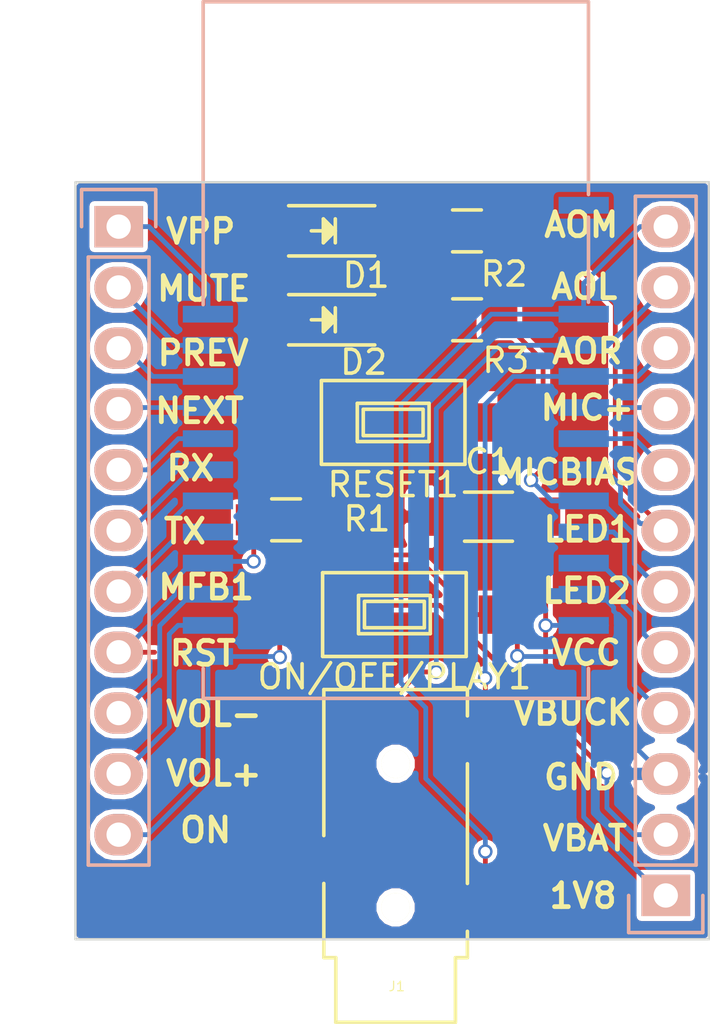
<source format=kicad_pcb>
(kicad_pcb (version 20171130) (host pcbnew 5.0-dev-unknown-dd04bcb~61~ubuntu16.04.1)

  (general
    (thickness 1.6)
    (drawings 28)
    (tracks 214)
    (zones 0)
    (modules 12)
    (nets 26)
  )

  (page A4)
  (layers
    (0 F.Cu signal)
    (31 B.Cu signal)
    (32 B.Adhes user)
    (33 F.Adhes user)
    (34 B.Paste user)
    (35 F.Paste user)
    (36 B.SilkS user)
    (37 F.SilkS user)
    (38 B.Mask user)
    (39 F.Mask user hide)
    (40 Dwgs.User user)
    (41 Cmts.User user)
    (42 Eco1.User user)
    (43 Eco2.User user)
    (44 Edge.Cuts user)
    (45 Margin user)
    (46 B.CrtYd user)
    (47 F.CrtYd user)
    (48 B.Fab user)
    (49 F.Fab user)
  )

  (setup
    (last_trace_width 0.2)
    (trace_clearance 0.2)
    (zone_clearance 0)
    (zone_45_only yes)
    (trace_min 0.2)
    (segment_width 0.2)
    (edge_width 0.1)
    (via_size 0.6)
    (via_drill 0.4)
    (via_min_size 0.4)
    (via_min_drill 0.3)
    (uvia_size 0.3)
    (uvia_drill 0.1)
    (uvias_allowed no)
    (uvia_min_size 0.2)
    (uvia_min_drill 0.1)
    (pcb_text_width 0.3)
    (pcb_text_size 1.5 1.5)
    (mod_edge_width 0.15)
    (mod_text_size 1 1)
    (mod_text_width 0.15)
    (pad_size 1.5 1.5)
    (pad_drill 0.6)
    (pad_to_mask_clearance 0)
    (aux_axis_origin 0 0)
    (visible_elements FFFFFF1F)
    (pcbplotparams
      (layerselection 0x00030_ffffffff)
      (usegerberextensions false)
      (usegerberattributes false)
      (usegerberadvancedattributes false)
      (creategerberjobfile false)
      (excludeedgelayer true)
      (linewidth 0.100000)
      (plotframeref false)
      (viasonmask false)
      (mode 1)
      (useauxorigin false)
      (hpglpennumber 1)
      (hpglpenspeed 20)
      (hpglpendiameter 15)
      (psnegative false)
      (psa4output false)
      (plotreference true)
      (plotvalue true)
      (plotinvisibletext false)
      (padsonsilk false)
      (subtractmaskfromsilk false)
      (outputformat 5)
      (mirror false)
      (drillshape 2)
      (scaleselection 1)
      (outputdirectory /home/nail/tmp/plot/))
  )

  (net 0 "")
  (net 1 "Net-(J1-Pad1)")
  (net 2 "Net-(J1-Pad2)")
  (net 3 "Net-(J1-Pad5)")
  (net 4 "Net-(P1-Pad5)")
  (net 5 "Net-(P1-Pad6)")
  (net 6 "Net-(P1-Pad7)")
  (net 7 "Net-(P1-Pad8)")
  (net 8 "Net-(P1-Pad9)")
  (net 9 "Net-(P2-Pad1)")
  (net 10 "Net-(P2-Pad2)")
  (net 11 "Net-(P2-Pad3)")
  (net 12 "Net-(P2-Pad4)")
  (net 13 "Net-(P2-Pad5)")
  (net 14 "Net-(P2-Pad6)")
  (net 15 "Net-(P2-Pad7)")
  (net 16 "Net-(D1-Pad2)")
  (net 17 "Net-(D1-Pad1)")
  (net 18 "Net-(D2-Pad1)")
  (net 19 /GND)
  (net 20 "Net-(ON/OFF/PLAY1-Pad2)")
  (net 21 "Net-(P1-Pad4)")
  (net 22 "Net-(P2-Pad8)")
  (net 23 "Net-(P2-Pad9)")
  (net 24 "Net-(P2-Pad10)")
  (net 25 "Net-(C1-Pad2)")

  (net_class Default "This is the default net class."
    (clearance 0.2)
    (trace_width 0.2)
    (via_dia 0.6)
    (via_drill 0.4)
    (uvia_dia 0.3)
    (uvia_drill 0.1)
    (add_net /GND)
    (add_net "Net-(C1-Pad2)")
    (add_net "Net-(D1-Pad1)")
    (add_net "Net-(D1-Pad2)")
    (add_net "Net-(D2-Pad1)")
    (add_net "Net-(J1-Pad1)")
    (add_net "Net-(J1-Pad2)")
    (add_net "Net-(J1-Pad5)")
    (add_net "Net-(ON/OFF/PLAY1-Pad2)")
    (add_net "Net-(P1-Pad4)")
    (add_net "Net-(P1-Pad5)")
    (add_net "Net-(P1-Pad6)")
    (add_net "Net-(P1-Pad7)")
    (add_net "Net-(P1-Pad8)")
    (add_net "Net-(P1-Pad9)")
    (add_net "Net-(P2-Pad1)")
    (add_net "Net-(P2-Pad10)")
    (add_net "Net-(P2-Pad2)")
    (add_net "Net-(P2-Pad3)")
    (add_net "Net-(P2-Pad4)")
    (add_net "Net-(P2-Pad5)")
    (add_net "Net-(P2-Pad6)")
    (add_net "Net-(P2-Pad7)")
    (add_net "Net-(P2-Pad8)")
    (add_net "Net-(P2-Pad9)")
  )

  (module my_modules:XS3868 (layer B.Cu) (tedit 55784D7E) (tstamp 5576E19E)
    (at 105.791 110.9472 180)
    (path /5576DBD3)
    (fp_text reference U1 (at 7.8 18.7 180) (layer B.SilkS) hide
      (effects (font (size 1.5 1.5) (thickness 0.15)) (justify mirror))
    )
    (fp_text value S3860M-S (at 7.874 21.463 180) (layer B.Fab)
      (effects (font (size 1.5 1.5) (thickness 0.15)) (justify mirror))
    )
    (fp_line (start -0.2 1.05) (end -0.2 -0.2) (layer B.SilkS) (width 0.15))
    (fp_line (start -0.2 -0.2) (end 15.9 -0.2) (layer B.SilkS) (width 0.15))
    (fp_line (start 15.9 -0.2) (end 15.9 1.05) (layer B.SilkS) (width 0.15))
    (fp_line (start -0.2 19.9) (end -0.2 16.35) (layer B.SilkS) (width 0.15))
    (fp_line (start 15.9 16.25) (end 15.9 28.9) (layer B.SilkS) (width 0.15))
    (fp_line (start 15.9 28.9) (end -0.2 28.9) (layer B.SilkS) (width 0.15))
    (fp_line (start -0.2 28.9) (end -0.2 20.85) (layer B.SilkS) (width 0.15))
    (pad 1 smd rect (at 0 20.4 180) (size 2.1 0.7) (layers B.Cu B.Paste B.Mask))
    (pad 2 smd rect (at 0 15.85 180) (size 2.1 0.7) (layers B.Cu B.Paste B.Mask)
      (net 1 "Net-(J1-Pad1)"))
    (pad 3 smd rect (at 0 14.55 180) (size 2.1 0.7) (layers B.Cu B.Paste B.Mask)
      (net 2 "Net-(J1-Pad2)"))
    (pad 4 smd rect (at 0 13.25 180) (size 2.1 0.7) (layers B.Cu B.Paste B.Mask)
      (net 3 "Net-(J1-Pad5)"))
    (pad 5 smd rect (at 0 11.95 180) (size 2.1 0.7) (layers B.Cu B.Paste B.Mask)
      (net 8 "Net-(P1-Pad9)"))
    (pad 6 smd rect (at 0 10.65 180) (size 2.1 0.7) (layers B.Cu B.Paste B.Mask)
      (net 7 "Net-(P1-Pad8)"))
    (pad 7 smd rect (at 0 9.35 180) (size 2.1 0.7) (layers B.Cu B.Paste B.Mask)
      (net 6 "Net-(P1-Pad7)"))
    (pad 8 smd rect (at 0 8.05 180) (size 2.1 0.7) (layers B.Cu B.Paste B.Mask)
      (net 5 "Net-(P1-Pad6)"))
    (pad 9 smd rect (at 0 6.75 180) (size 2.1 0.7) (layers B.Cu B.Paste B.Mask)
      (net 4 "Net-(P1-Pad5)"))
    (pad 10 smd rect (at 0 5.45 180) (size 2.1 0.7) (layers B.Cu B.Paste B.Mask)
      (net 21 "Net-(P1-Pad4)"))
    (pad 11 smd rect (at 0 4.15 180) (size 2.1 0.7) (layers B.Cu B.Paste B.Mask)
      (net 19 /GND))
    (pad 12 smd rect (at 0 2.85 180) (size 2.1 0.7) (layers B.Cu B.Paste B.Mask)
      (net 25 "Net-(C1-Pad2)"))
    (pad 13 smd rect (at 0 1.55 180) (size 2.1 0.7) (layers B.Cu B.Paste B.Mask)
      (net 16 "Net-(D1-Pad2)"))
    (pad 25 smd rect (at 15.7 15.85 180) (size 2.1 0.7) (layers B.Cu B.Paste B.Mask)
      (net 9 "Net-(P2-Pad1)"))
    (pad 24 smd rect (at 15.7 14.55 180) (size 2.1 0.7) (layers B.Cu B.Paste B.Mask)
      (net 10 "Net-(P2-Pad2)"))
    (pad 23 smd rect (at 15.7 13.25 180) (size 2.1 0.7) (layers B.Cu B.Paste B.Mask)
      (net 11 "Net-(P2-Pad3)"))
    (pad 22 smd rect (at 15.7 11.95 180) (size 2.1 0.7) (layers B.Cu B.Paste B.Mask)
      (net 12 "Net-(P2-Pad4)"))
    (pad 21 smd rect (at 15.7 10.65 180) (size 2.1 0.7) (layers B.Cu B.Paste B.Mask)
      (net 13 "Net-(P2-Pad5)"))
    (pad 20 smd rect (at 15.7 9.35 180) (size 2.1 0.7) (layers B.Cu B.Paste B.Mask)
      (net 14 "Net-(P2-Pad6)"))
    (pad 19 smd rect (at 15.7 8.05 180) (size 2.1 0.7) (layers B.Cu B.Paste B.Mask)
      (net 15 "Net-(P2-Pad7)"))
    (pad 18 smd rect (at 15.7 6.75 180) (size 2.1 0.7) (layers B.Cu B.Paste B.Mask))
    (pad 17 smd rect (at 15.7 5.45 180) (size 2.1 0.7) (layers B.Cu B.Paste B.Mask)
      (net 22 "Net-(P2-Pad8)"))
    (pad 16 smd rect (at 15.7 4.15 180) (size 2.1 0.7) (layers B.Cu B.Paste B.Mask)
      (net 23 "Net-(P2-Pad9)"))
    (pad 15 smd rect (at 15.7 2.85 180) (size 2.1 0.7) (layers B.Cu B.Paste B.Mask)
      (net 24 "Net-(P2-Pad10)"))
    (pad 14 smd rect (at 15.7 1.55 180) (size 2.1 0.7) (layers B.Cu B.Paste B.Mask)
      (net 20 "Net-(ON/OFF/PLAY1-Pad2)"))
  )

  (module Pin_Headers:Pin_Header_Straight_1x12 (layer B.Cu) (tedit 55784C76) (tstamp 5576E171)
    (at 109.22 119.38)
    (descr "Through hole pin header")
    (tags "pin header")
    (path /5576DE6D)
    (fp_text reference P1 (at 0 5.1) (layer B.SilkS) hide
      (effects (font (size 1 1) (thickness 0.15)) (justify mirror))
    )
    (fp_text value CONN_01X12 (at 0 3.1) (layer B.Fab) hide
      (effects (font (size 1 1) (thickness 0.15)) (justify mirror))
    )
    (fp_line (start -1.75 1.75) (end -1.75 -29.7) (layer B.CrtYd) (width 0.05))
    (fp_line (start 1.75 1.75) (end 1.75 -29.7) (layer B.CrtYd) (width 0.05))
    (fp_line (start -1.75 1.75) (end 1.75 1.75) (layer B.CrtYd) (width 0.05))
    (fp_line (start -1.75 -29.7) (end 1.75 -29.7) (layer B.CrtYd) (width 0.05))
    (fp_line (start 1.27 -1.27) (end 1.27 -29.21) (layer B.SilkS) (width 0.15))
    (fp_line (start 1.27 -29.21) (end -1.27 -29.21) (layer B.SilkS) (width 0.15))
    (fp_line (start -1.27 -29.21) (end -1.27 -1.27) (layer B.SilkS) (width 0.15))
    (fp_line (start 1.55 1.55) (end 1.55 0) (layer B.SilkS) (width 0.15))
    (fp_line (start 1.27 -1.27) (end -1.27 -1.27) (layer B.SilkS) (width 0.15))
    (fp_line (start -1.55 0) (end -1.55 1.55) (layer B.SilkS) (width 0.15))
    (fp_line (start -1.55 1.55) (end 1.55 1.55) (layer B.SilkS) (width 0.15))
    (pad 1 thru_hole rect (at 0 0) (size 2.032 1.7272) (drill 1.016) (layers *.Cu *.Mask B.SilkS)
      (net 16 "Net-(D1-Pad2)"))
    (pad 2 thru_hole oval (at 0 -2.54) (size 2.032 1.7272) (drill 1.016) (layers *.Cu *.Mask B.SilkS)
      (net 25 "Net-(C1-Pad2)"))
    (pad 3 thru_hole oval (at 0 -5.08) (size 2.032 1.7272) (drill 1.016) (layers *.Cu *.Mask B.SilkS)
      (net 19 /GND))
    (pad 4 thru_hole oval (at 0 -7.62) (size 2.032 1.7272) (drill 1.016) (layers *.Cu *.Mask B.SilkS)
      (net 21 "Net-(P1-Pad4)"))
    (pad 5 thru_hole oval (at 0 -10.16) (size 2.032 1.7272) (drill 1.016) (layers *.Cu *.Mask B.SilkS)
      (net 4 "Net-(P1-Pad5)"))
    (pad 6 thru_hole oval (at 0 -12.7) (size 2.032 1.7272) (drill 1.016) (layers *.Cu *.Mask B.SilkS)
      (net 5 "Net-(P1-Pad6)"))
    (pad 7 thru_hole oval (at 0 -15.24) (size 2.032 1.7272) (drill 1.016) (layers *.Cu *.Mask B.SilkS)
      (net 6 "Net-(P1-Pad7)"))
    (pad 8 thru_hole oval (at 0 -17.78) (size 2.032 1.7272) (drill 1.016) (layers *.Cu *.Mask B.SilkS)
      (net 7 "Net-(P1-Pad8)"))
    (pad 9 thru_hole oval (at 0 -20.32) (size 2.032 1.7272) (drill 1.016) (layers *.Cu *.Mask B.SilkS)
      (net 8 "Net-(P1-Pad9)"))
    (pad 10 thru_hole oval (at 0 -22.86) (size 2.032 1.7272) (drill 1.016) (layers *.Cu *.Mask B.SilkS)
      (net 3 "Net-(J1-Pad5)"))
    (pad 11 thru_hole oval (at 0 -25.4) (size 2.032 1.7272) (drill 1.016) (layers *.Cu *.Mask B.SilkS)
      (net 2 "Net-(J1-Pad2)"))
    (pad 12 thru_hole oval (at 0 -27.94) (size 2.032 1.7272) (drill 1.016) (layers *.Cu *.Mask B.SilkS)
      (net 1 "Net-(J1-Pad1)"))
    (model Pin_Headers.3dshapes/Pin_Header_Straight_1x12.wrl
      (offset (xyz 0 -13.96999979019165 0))
      (scale (xyz 1 1 1))
      (rotate (xyz 0 0 90))
    )
  )

  (module LEDs:LED-1206 (layer F.Cu) (tedit 56C47765) (tstamp 56C46EE2)
    (at 94.91218 91.61526 180)
    (descr "LED 1206 smd package")
    (tags "LED1206 SMD")
    (path /56C487CC)
    (attr smd)
    (fp_text reference D1 (at -1.78562 -1.85674 180) (layer F.SilkS)
      (effects (font (size 1 1) (thickness 0.15)))
    )
    (fp_text value LED (at 0 2 180) (layer F.Fab)
      (effects (font (size 1 1) (thickness 0.15)))
    )
    (fp_line (start -2.15 1.05) (end 1.45 1.05) (layer F.SilkS) (width 0.15))
    (fp_line (start -2.15 -1.05) (end 1.45 -1.05) (layer F.SilkS) (width 0.15))
    (fp_line (start -0.1 -0.3) (end -0.1 0.3) (layer F.SilkS) (width 0.15))
    (fp_line (start -0.1 0.3) (end -0.4 0) (layer F.SilkS) (width 0.15))
    (fp_line (start -0.4 0) (end -0.2 -0.2) (layer F.SilkS) (width 0.15))
    (fp_line (start -0.2 -0.2) (end -0.2 0.05) (layer F.SilkS) (width 0.15))
    (fp_line (start -0.2 0.05) (end -0.25 0) (layer F.SilkS) (width 0.15))
    (fp_line (start -0.5 -0.5) (end -0.5 0.5) (layer F.SilkS) (width 0.15))
    (fp_line (start 0 0) (end 0.5 0) (layer F.SilkS) (width 0.15))
    (fp_line (start -0.5 0) (end 0 -0.5) (layer F.SilkS) (width 0.15))
    (fp_line (start 0 -0.5) (end 0 0.5) (layer F.SilkS) (width 0.15))
    (fp_line (start 0 0.5) (end -0.5 0) (layer F.SilkS) (width 0.15))
    (fp_line (start 2.5 -1.25) (end -2.5 -1.25) (layer F.CrtYd) (width 0.05))
    (fp_line (start -2.5 -1.25) (end -2.5 1.25) (layer F.CrtYd) (width 0.05))
    (fp_line (start -2.5 1.25) (end 2.5 1.25) (layer F.CrtYd) (width 0.05))
    (fp_line (start 2.5 1.25) (end 2.5 -1.25) (layer F.CrtYd) (width 0.05))
    (pad 2 smd rect (at 1.41986 0) (size 1.59766 1.80086) (layers F.Cu F.Paste F.Mask)
      (net 16 "Net-(D1-Pad2)"))
    (pad 1 smd rect (at -1.41986 0) (size 1.59766 1.80086) (layers F.Cu F.Paste F.Mask)
      (net 17 "Net-(D1-Pad1)"))
  )

  (module LEDs:LED-1206 (layer F.Cu) (tedit 56C47756) (tstamp 56C46EF8)
    (at 94.91218 95.33128 180)
    (descr "LED 1206 smd package")
    (tags "LED1206 SMD")
    (path /56C488F4)
    (attr smd)
    (fp_text reference D2 (at -1.68402 -1.77292 180) (layer F.SilkS)
      (effects (font (size 1 1) (thickness 0.15)))
    )
    (fp_text value LED (at -1.143 10.6426 180) (layer F.Fab)
      (effects (font (size 1 1) (thickness 0.15)))
    )
    (fp_line (start -2.15 1.05) (end 1.45 1.05) (layer F.SilkS) (width 0.15))
    (fp_line (start -2.15 -1.05) (end 1.45 -1.05) (layer F.SilkS) (width 0.15))
    (fp_line (start -0.1 -0.3) (end -0.1 0.3) (layer F.SilkS) (width 0.15))
    (fp_line (start -0.1 0.3) (end -0.4 0) (layer F.SilkS) (width 0.15))
    (fp_line (start -0.4 0) (end -0.2 -0.2) (layer F.SilkS) (width 0.15))
    (fp_line (start -0.2 -0.2) (end -0.2 0.05) (layer F.SilkS) (width 0.15))
    (fp_line (start -0.2 0.05) (end -0.25 0) (layer F.SilkS) (width 0.15))
    (fp_line (start -0.5 -0.5) (end -0.5 0.5) (layer F.SilkS) (width 0.15))
    (fp_line (start 0 0) (end 0.5 0) (layer F.SilkS) (width 0.15))
    (fp_line (start -0.5 0) (end 0 -0.5) (layer F.SilkS) (width 0.15))
    (fp_line (start 0 -0.5) (end 0 0.5) (layer F.SilkS) (width 0.15))
    (fp_line (start 0 0.5) (end -0.5 0) (layer F.SilkS) (width 0.15))
    (fp_line (start 2.5 -1.25) (end -2.5 -1.25) (layer F.CrtYd) (width 0.05))
    (fp_line (start -2.5 -1.25) (end -2.5 1.25) (layer F.CrtYd) (width 0.05))
    (fp_line (start -2.5 1.25) (end 2.5 1.25) (layer F.CrtYd) (width 0.05))
    (fp_line (start 2.5 1.25) (end 2.5 -1.25) (layer F.CrtYd) (width 0.05))
    (pad 2 smd rect (at 1.41986 0) (size 1.59766 1.80086) (layers F.Cu F.Paste F.Mask)
      (net 16 "Net-(D1-Pad2)"))
    (pad 1 smd rect (at -1.41986 0) (size 1.59766 1.80086) (layers F.Cu F.Paste F.Mask)
      (net 18 "Net-(D2-Pad1)"))
  )

  (module Resistors_SMD:R_0805_HandSoldering (layer F.Cu) (tedit 56C47752) (tstamp 5A908653)
    (at 93.35516 103.68788)
    (descr "Resistor SMD 0805, hand soldering")
    (tags "resistor 0805")
    (path /56C47B10)
    (attr smd)
    (fp_text reference R1 (at 3.3782 -0.0381) (layer F.SilkS)
      (effects (font (size 1 1) (thickness 0.15)))
    )
    (fp_text value 10k (at 0 2.1) (layer F.Fab)
      (effects (font (size 1 1) (thickness 0.15)))
    )
    (fp_line (start -2.4 -1) (end 2.4 -1) (layer F.CrtYd) (width 0.05))
    (fp_line (start -2.4 1) (end 2.4 1) (layer F.CrtYd) (width 0.05))
    (fp_line (start -2.4 -1) (end -2.4 1) (layer F.CrtYd) (width 0.05))
    (fp_line (start 2.4 -1) (end 2.4 1) (layer F.CrtYd) (width 0.05))
    (fp_line (start 0.6 0.875) (end -0.6 0.875) (layer F.SilkS) (width 0.15))
    (fp_line (start -0.6 -0.875) (end 0.6 -0.875) (layer F.SilkS) (width 0.15))
    (pad 1 smd rect (at -1.35 0) (size 1.5 1.3) (layers F.Cu F.Paste F.Mask)
      (net 22 "Net-(P2-Pad8)"))
    (pad 2 smd rect (at 1.35 0) (size 1.5 1.3) (layers F.Cu F.Paste F.Mask)
      (net 25 "Net-(C1-Pad2)"))
    (model Resistors_SMD.3dshapes/R_0805_HandSoldering.wrl
      (at (xyz 0 0 0))
      (scale (xyz 1 1 1))
      (rotate (xyz 0 0 0))
    )
  )

  (module Resistors_SMD:R_0805_HandSoldering (layer F.Cu) (tedit 56C4775D) (tstamp 56C46F10)
    (at 100.9142 91.6178)
    (descr "Resistor SMD 0805, hand soldering")
    (tags "resistor 0805")
    (path /56C48674)
    (attr smd)
    (fp_text reference R2 (at 1.5494 1.8034) (layer F.SilkS)
      (effects (font (size 1 1) (thickness 0.15)))
    )
    (fp_text value 470 (at 0 2.1) (layer F.Fab)
      (effects (font (size 1 1) (thickness 0.15)))
    )
    (fp_line (start -2.4 -1) (end 2.4 -1) (layer F.CrtYd) (width 0.05))
    (fp_line (start -2.4 1) (end 2.4 1) (layer F.CrtYd) (width 0.05))
    (fp_line (start -2.4 -1) (end -2.4 1) (layer F.CrtYd) (width 0.05))
    (fp_line (start 2.4 -1) (end 2.4 1) (layer F.CrtYd) (width 0.05))
    (fp_line (start 0.6 0.875) (end -0.6 0.875) (layer F.SilkS) (width 0.15))
    (fp_line (start -0.6 -0.875) (end 0.6 -0.875) (layer F.SilkS) (width 0.15))
    (pad 1 smd rect (at -1.35 0) (size 1.5 1.3) (layers F.Cu F.Paste F.Mask)
      (net 17 "Net-(D1-Pad1)"))
    (pad 2 smd rect (at 1.35 0) (size 1.5 1.3) (layers F.Cu F.Paste F.Mask)
      (net 6 "Net-(P1-Pad7)"))
    (model Resistors_SMD.3dshapes/R_0805_HandSoldering.wrl
      (at (xyz 0 0 0))
      (scale (xyz 1 1 1))
      (rotate (xyz 0 0 0))
    )
  )

  (module Resistors_SMD:R_0805_HandSoldering (layer F.Cu) (tedit 56C4775A) (tstamp 56C46F1C)
    (at 100.91928 95.33128)
    (descr "Resistor SMD 0805, hand soldering")
    (tags "resistor 0805")
    (path /56C48760)
    (attr smd)
    (fp_text reference R3 (at 1.62052 1.69672) (layer F.SilkS)
      (effects (font (size 1 1) (thickness 0.15)))
    )
    (fp_text value 470 (at 0 2.1) (layer F.Fab)
      (effects (font (size 1 1) (thickness 0.15)))
    )
    (fp_line (start -2.4 -1) (end 2.4 -1) (layer F.CrtYd) (width 0.05))
    (fp_line (start -2.4 1) (end 2.4 1) (layer F.CrtYd) (width 0.05))
    (fp_line (start -2.4 -1) (end -2.4 1) (layer F.CrtYd) (width 0.05))
    (fp_line (start 2.4 -1) (end 2.4 1) (layer F.CrtYd) (width 0.05))
    (fp_line (start 0.6 0.875) (end -0.6 0.875) (layer F.SilkS) (width 0.15))
    (fp_line (start -0.6 -0.875) (end 0.6 -0.875) (layer F.SilkS) (width 0.15))
    (pad 1 smd rect (at -1.35 0) (size 1.5 1.3) (layers F.Cu F.Paste F.Mask)
      (net 18 "Net-(D2-Pad1)"))
    (pad 2 smd rect (at 1.35 0) (size 1.5 1.3) (layers F.Cu F.Paste F.Mask)
      (net 5 "Net-(P1-Pad6)"))
    (model Resistors_SMD.3dshapes/R_0805_HandSoldering.wrl
      (at (xyz 0 0 0))
      (scale (xyz 1 1 1))
      (rotate (xyz 0 0 0))
    )
  )

  (module Buttons_Switches_SMD:SW_SPST_FSMSM (layer F.Cu) (tedit 56E6A4A7) (tstamp 56C47F63)
    (at 97.8408 99.6188 180)
    (descr http://www.te.com/commerce/DocumentDelivery/DDEController?Action=srchrtrv&DocNm=1437566-3&DocType=Customer+Drawing&DocLang=English)
    (tags "SPST button tactile switch")
    (path /56C45A37)
    (attr smd)
    (fp_text reference RESET1 (at 0.01011 -2.60022 180) (layer F.SilkS)
      (effects (font (size 1 1) (thickness 0.15)))
    )
    (fp_text value 1 (at 0.01011 -0.00022 180) (layer F.Fab)
      (effects (font (size 1 1) (thickness 0.15)))
    )
    (fp_line (start -1.23989 -0.55022) (end 1.26011 -0.55022) (layer F.SilkS) (width 0.15))
    (fp_line (start 1.26011 -0.55022) (end 1.26011 0.54978) (layer F.SilkS) (width 0.15))
    (fp_line (start 1.26011 0.54978) (end -1.23989 0.54978) (layer F.SilkS) (width 0.15))
    (fp_line (start -1.23989 0.54978) (end -1.23989 -0.55022) (layer F.SilkS) (width 0.15))
    (fp_line (start -1.48989 0.79978) (end 1.51011 0.79978) (layer F.SilkS) (width 0.15))
    (fp_line (start -1.48989 -0.80022) (end 1.51011 -0.80022) (layer F.SilkS) (width 0.15))
    (fp_line (start 1.51011 -0.80022) (end 1.51011 0.79978) (layer F.SilkS) (width 0.15))
    (fp_line (start -1.48989 -0.80022) (end -1.48989 0.79978) (layer F.SilkS) (width 0.15))
    (fp_line (start -5.85 1.95) (end 5.9 1.95) (layer F.CrtYd) (width 0.05))
    (fp_line (start 5.9 -2) (end 5.9 1.95) (layer F.CrtYd) (width 0.05))
    (fp_line (start -2.98989 1.74978) (end 3.01011 1.74978) (layer F.SilkS) (width 0.15))
    (fp_line (start -2.98989 -1.75022) (end 3.01011 -1.75022) (layer F.SilkS) (width 0.15))
    (fp_line (start -2.98989 -1.75022) (end -2.98989 1.74978) (layer F.SilkS) (width 0.15))
    (fp_line (start 3.01011 -1.75022) (end 3.01011 1.74978) (layer F.SilkS) (width 0.15))
    (fp_line (start -5.85 -2) (end -5.85 1.95) (layer F.CrtYd) (width 0.05))
    (fp_line (start -5.85 -2) (end 5.9 -2) (layer F.CrtYd) (width 0.05))
    (pad 1 smd rect (at -4.60243 -0.00232 180) (size 2.18 1.6) (layers F.Cu F.Paste F.Mask)
      (net 19 /GND))
    (pad 2 smd rect (at 4.60243 0.00232 180) (size 2.18 1.6) (layers F.Cu F.Paste F.Mask)
      (net 22 "Net-(P2-Pad8)"))
  )

  (module Buttons_Switches_SMD:SW_SPST_FSMSM (layer F.Cu) (tedit 56E6A4A4) (tstamp 56C47F79)
    (at 97.8916 107.6452 180)
    (descr http://www.te.com/commerce/DocumentDelivery/DDEController?Action=srchrtrv&DocNm=1437566-3&DocType=Customer+Drawing&DocLang=English)
    (tags "SPST button tactile switch")
    (path /56C4875B)
    (attr smd)
    (fp_text reference ON/OFF/PLAY1 (at 0.01011 -2.60022 180) (layer F.SilkS)
      (effects (font (size 1 1) (thickness 0.15)))
    )
    (fp_text value ON/OFF (at 0.01011 -0.00022 180) (layer F.Fab)
      (effects (font (size 1 1) (thickness 0.15)))
    )
    (fp_line (start -1.23989 -0.55022) (end 1.26011 -0.55022) (layer F.SilkS) (width 0.15))
    (fp_line (start 1.26011 -0.55022) (end 1.26011 0.54978) (layer F.SilkS) (width 0.15))
    (fp_line (start 1.26011 0.54978) (end -1.23989 0.54978) (layer F.SilkS) (width 0.15))
    (fp_line (start -1.23989 0.54978) (end -1.23989 -0.55022) (layer F.SilkS) (width 0.15))
    (fp_line (start -1.48989 0.79978) (end 1.51011 0.79978) (layer F.SilkS) (width 0.15))
    (fp_line (start -1.48989 -0.80022) (end 1.51011 -0.80022) (layer F.SilkS) (width 0.15))
    (fp_line (start 1.51011 -0.80022) (end 1.51011 0.79978) (layer F.SilkS) (width 0.15))
    (fp_line (start -1.48989 -0.80022) (end -1.48989 0.79978) (layer F.SilkS) (width 0.15))
    (fp_line (start -5.85 1.95) (end 5.9 1.95) (layer F.CrtYd) (width 0.05))
    (fp_line (start 5.9 -2) (end 5.9 1.95) (layer F.CrtYd) (width 0.05))
    (fp_line (start -2.98989 1.74978) (end 3.01011 1.74978) (layer F.SilkS) (width 0.15))
    (fp_line (start -2.98989 -1.75022) (end 3.01011 -1.75022) (layer F.SilkS) (width 0.15))
    (fp_line (start -2.98989 -1.75022) (end -2.98989 1.74978) (layer F.SilkS) (width 0.15))
    (fp_line (start 3.01011 -1.75022) (end 3.01011 1.74978) (layer F.SilkS) (width 0.15))
    (fp_line (start -5.85 -2) (end -5.85 1.95) (layer F.CrtYd) (width 0.05))
    (fp_line (start -5.85 -2) (end 5.9 -2) (layer F.CrtYd) (width 0.05))
    (pad 1 smd rect (at -4.60243 -0.00232 180) (size 2.18 1.6) (layers F.Cu F.Paste F.Mask)
      (net 16 "Net-(D1-Pad2)"))
    (pad 2 smd rect (at 4.60243 0.00232 180) (size 2.18 1.6) (layers F.Cu F.Paste F.Mask)
      (net 20 "Net-(ON/OFF/PLAY1-Pad2)"))
  )

  (module Pin_Headers:Pin_Header_Straight_1x11 (layer B.Cu) (tedit 56C488F9) (tstamp 56C4801D)
    (at 86.36 91.44 180)
    (descr "Through hole pin header")
    (tags "pin header")
    (path /5576DF5A)
    (fp_text reference P2 (at 0 5.1 180) (layer B.SilkS) hide
      (effects (font (size 1 1) (thickness 0.15)) (justify mirror))
    )
    (fp_text value CONN_01X12 (at 0 3.1 180) (layer B.Fab)
      (effects (font (size 1 1) (thickness 0.15)) (justify mirror))
    )
    (fp_line (start -1.75 1.75) (end -1.75 -27.15) (layer B.CrtYd) (width 0.05))
    (fp_line (start 1.75 1.75) (end 1.75 -27.15) (layer B.CrtYd) (width 0.05))
    (fp_line (start -1.75 1.75) (end 1.75 1.75) (layer B.CrtYd) (width 0.05))
    (fp_line (start -1.75 -27.15) (end 1.75 -27.15) (layer B.CrtYd) (width 0.05))
    (fp_line (start 1.27 -1.27) (end 1.27 -26.67) (layer B.SilkS) (width 0.15))
    (fp_line (start 1.27 -26.67) (end -1.27 -26.67) (layer B.SilkS) (width 0.15))
    (fp_line (start -1.27 -26.67) (end -1.27 -1.27) (layer B.SilkS) (width 0.15))
    (fp_line (start 1.55 1.55) (end 1.55 0) (layer B.SilkS) (width 0.15))
    (fp_line (start 1.27 -1.27) (end -1.27 -1.27) (layer B.SilkS) (width 0.15))
    (fp_line (start -1.55 0) (end -1.55 1.55) (layer B.SilkS) (width 0.15))
    (fp_line (start -1.55 1.55) (end 1.55 1.55) (layer B.SilkS) (width 0.15))
    (pad 1 thru_hole rect (at 0 0 180) (size 2.032 1.7272) (drill 1.016) (layers *.Cu *.Mask B.SilkS)
      (net 9 "Net-(P2-Pad1)"))
    (pad 2 thru_hole oval (at 0 -2.54 180) (size 2.032 1.7272) (drill 1.016) (layers *.Cu *.Mask B.SilkS)
      (net 10 "Net-(P2-Pad2)"))
    (pad 3 thru_hole oval (at 0 -5.08 180) (size 2.032 1.7272) (drill 1.016) (layers *.Cu *.Mask B.SilkS)
      (net 11 "Net-(P2-Pad3)"))
    (pad 4 thru_hole oval (at 0 -7.62 180) (size 2.032 1.7272) (drill 1.016) (layers *.Cu *.Mask B.SilkS)
      (net 12 "Net-(P2-Pad4)"))
    (pad 5 thru_hole oval (at 0 -10.16 180) (size 2.032 1.7272) (drill 1.016) (layers *.Cu *.Mask B.SilkS)
      (net 13 "Net-(P2-Pad5)"))
    (pad 6 thru_hole oval (at 0 -12.7 180) (size 2.032 1.7272) (drill 1.016) (layers *.Cu *.Mask B.SilkS)
      (net 14 "Net-(P2-Pad6)"))
    (pad 7 thru_hole oval (at 0 -15.24 180) (size 2.032 1.7272) (drill 1.016) (layers *.Cu *.Mask B.SilkS)
      (net 15 "Net-(P2-Pad7)"))
    (pad 8 thru_hole oval (at 0 -17.78 180) (size 2.032 1.7272) (drill 1.016) (layers *.Cu *.Mask B.SilkS)
      (net 22 "Net-(P2-Pad8)"))
    (pad 9 thru_hole oval (at 0 -20.32 180) (size 2.032 1.7272) (drill 1.016) (layers *.Cu *.Mask B.SilkS)
      (net 23 "Net-(P2-Pad9)"))
    (pad 10 thru_hole oval (at 0 -22.86 180) (size 2.032 1.7272) (drill 1.016) (layers *.Cu *.Mask B.SilkS)
      (net 24 "Net-(P2-Pad10)"))
    (pad 11 thru_hole oval (at 0 -25.4 180) (size 2.032 1.7272) (drill 1.016) (layers *.Cu *.Mask B.SilkS)
      (net 20 "Net-(ON/OFF/PLAY1-Pad2)"))
    (model Pin_Headers.3dshapes/Pin_Header_Straight_1x11.wrl
      (offset (xyz 0 -12.69999980926514 0))
      (scale (xyz 1 1 1))
      (rotate (xyz 0 0 90))
    )
  )

  (module jacks:3.5mm_stereo_jack_PJ320B (layer F.Cu) (tedit 56E198E2) (tstamp 55784CB1)
    (at 97.93224 119.87784 180)
    (path /5576DC76)
    (fp_text reference J1 (at -0.05 -3.3 180) (layer F.SilkS)
      (effects (font (size 0.39878 0.39878) (thickness 0.0508)))
    )
    (fp_text value SCJ368R1NUS0B00G (at 0.11 2.15 270) (layer F.SilkS) hide
      (effects (font (size 1.524 1.524) (thickness 0.3048)))
    )
    (fp_line (start 3 3) (end 3 9.1) (layer F.SilkS) (width 0.15))
    (fp_line (start 3 9.1) (end -3 9.1) (layer F.SilkS) (width 0.15))
    (fp_line (start -3 9.1) (end -3 8) (layer F.SilkS) (width 0.15))
    (fp_line (start -3 1) (end -3 6) (layer F.SilkS) (width 0.15))
    (fp_line (start -3 -1) (end -3 -2.1) (layer F.SilkS) (width 0.15))
    (fp_line (start -3 -2.1) (end -2.5 -2.1) (layer F.SilkS) (width 0.15))
    (fp_line (start -2.5 -2.1) (end -2.5 -4.8) (layer F.SilkS) (width 0.15))
    (fp_line (start -2.5 -4.8) (end 2.5 -4.8) (layer F.SilkS) (width 0.15))
    (fp_line (start 2.5 -4.8) (end 2.5 -2.1) (layer F.SilkS) (width 0.15))
    (fp_line (start 2.5 -2.1) (end 3 -2.1) (layer F.SilkS) (width 0.15))
    (fp_line (start 3 -2.1) (end 3 1) (layer F.SilkS) (width 0.15))
    (pad "" np_thru_hole circle (at 0 6 180) (size 1.2 1.2) (drill 1.2) (layers *.Cu *.Mask F.SilkS))
    (pad 5 smd rect (at -3.75 7 180) (size 3.5 1.5) (layers F.Cu F.Paste F.Mask)
      (net 3 "Net-(J1-Pad5)"))
    (pad 2 smd rect (at 3.75 2 180) (size 3.5 1.5) (layers F.Cu F.Paste F.Mask)
      (net 2 "Net-(J1-Pad2)"))
    (pad 1 smd rect (at -3.75 0 180) (size 3.5 1.5) (layers F.Cu F.Paste F.Mask)
      (net 1 "Net-(J1-Pad1)"))
    (pad "" np_thru_hole circle (at 0 0 180) (size 1.2 1.2) (drill 1.2) (layers *.Cu *.Mask F.SilkS))
  )

  (module Capacitors_SMD.pretty:C_1206_HandSoldering (layer F.Cu) (tedit 541A9C03) (tstamp 5A908625)
    (at 101.81336 103.5558)
    (descr "Capacitor SMD 1206, hand soldering")
    (tags "capacitor 1206")
    (path /5A910B1E)
    (attr smd)
    (fp_text reference C1 (at 0 -2.3) (layer F.SilkS)
      (effects (font (size 1 1) (thickness 0.15)))
    )
    (fp_text value 100n (at 0 2.3) (layer F.Fab)
      (effects (font (size 1 1) (thickness 0.15)))
    )
    (fp_line (start -3.3 -1.15) (end 3.3 -1.15) (layer F.CrtYd) (width 0.05))
    (fp_line (start -3.3 1.15) (end 3.3 1.15) (layer F.CrtYd) (width 0.05))
    (fp_line (start -3.3 -1.15) (end -3.3 1.15) (layer F.CrtYd) (width 0.05))
    (fp_line (start 3.3 -1.15) (end 3.3 1.15) (layer F.CrtYd) (width 0.05))
    (fp_line (start 1 -1.025) (end -1 -1.025) (layer F.SilkS) (width 0.15))
    (fp_line (start -1 1.025) (end 1 1.025) (layer F.SilkS) (width 0.15))
    (pad 1 smd rect (at -2 0) (size 2 1.6) (layers F.Cu F.Paste F.Mask)
      (net 19 /GND))
    (pad 2 smd rect (at 2 0) (size 2 1.6) (layers F.Cu F.Paste F.Mask)
      (net 25 "Net-(C1-Pad2)"))
    (model Capacitors_SMD.3dshapes/C_1206_HandSoldering.wrl
      (at (xyz 0 0 0))
      (scale (xyz 1 1 1))
      (rotate (xyz 0 0 0))
    )
  )

  (gr_text 1V8 (at 105.7656 119.3927) (layer F.SilkS) (tstamp 5A907F74)
    (effects (font (size 1 1) (thickness 0.2)))
  )
  (gr_text VBAT (at 105.8418 116.9924) (layer F.SilkS) (tstamp 5A907F70)
    (effects (font (size 1 1) (thickness 0.2)))
  )
  (gr_text GND (at 105.6767 114.4397) (layer F.SilkS) (tstamp 5A907F6A)
    (effects (font (size 1 1) (thickness 0.2)))
  )
  (gr_text VBUCK (at 105.3338 111.73968) (layer F.SilkS) (tstamp 5A907F66)
    (effects (font (size 1 1) (thickness 0.2)))
  )
  (gr_text LED1 (at 105.9688 104.0892) (layer F.SilkS)
    (effects (font (size 1 1) (thickness 0.2)))
  )
  (gr_text ON (at 89.9922 116.6495) (layer F.SilkS)
    (effects (font (size 1 1) (thickness 0.2)))
  )
  (gr_text VOL- (at 90.3351 111.7981) (layer F.SilkS)
    (effects (font (size 1 1) (thickness 0.2)))
  )
  (gr_text VOL+ (at 90.3351 114.2873) (layer F.SilkS)
    (effects (font (size 1 1) (thickness 0.2)))
  )
  (gr_text RST (at 89.8779 109.2708) (layer F.SilkS)
    (effects (font (size 1 1) (thickness 0.2)))
  )
  (gr_line (start 84.6074 89.5858) (end 84.5566 89.5858) (angle 90) (layer Edge.Cuts) (width 0.1))
  (gr_text MFB1 (at 90.0176 106.5022) (layer F.SilkS)
    (effects (font (size 1 1) (thickness 0.2)))
  )
  (gr_text TX (at 89.1286 104.1654) (layer F.SilkS)
    (effects (font (size 1 1) (thickness 0.2)))
  )
  (gr_text RX (at 89.3572 101.5365) (layer F.SilkS)
    (effects (font (size 1 1) (thickness 0.2)))
  )
  (gr_text NEXT (at 89.7382 99.1362) (layer F.SilkS)
    (effects (font (size 1 1) (thickness 0.2)))
  )
  (gr_text PREV (at 89.8906 96.7232) (layer F.SilkS)
    (effects (font (size 1 1) (thickness 0.2)))
  )
  (gr_text MUTE (at 89.916 94.0308) (layer F.SilkS)
    (effects (font (size 1 1) (thickness 0.2)))
  )
  (gr_text VPP (at 89.789 91.6432) (layer F.SilkS)
    (effects (font (size 1 1) (thickness 0.2)))
  )
  (gr_text VCC (at 105.8926 109.2454) (layer F.SilkS)
    (effects (font (size 1 1) (thickness 0.2)))
  )
  (gr_text LED2 (at 105.918 106.6546) (layer F.SilkS)
    (effects (font (size 1 1) (thickness 0.2)))
  )
  (gr_text MICBIAS (at 105.1052 101.7016) (layer F.SilkS)
    (effects (font (size 1 1) (thickness 0.2)))
  )
  (gr_text MIC+ (at 105.9434 99.0092) (layer F.SilkS)
    (effects (font (size 1 1) (thickness 0.2)))
  )
  (gr_text AOR (at 105.9434 96.647) (layer F.SilkS)
    (effects (font (size 1 1) (thickness 0.2)))
  )
  (gr_text AOL (at 105.8164 93.9546) (layer F.SilkS)
    (effects (font (size 1 1) (thickness 0.2)))
  )
  (gr_text AOM (at 105.6894 91.3638) (layer F.SilkS)
    (effects (font (size 1 1) (thickness 0.2)))
  )
  (gr_line (start 84.5566 121.2088) (end 84.5566 89.5858) (angle 90) (layer Edge.Cuts) (width 0.1))
  (gr_line (start 111.0234 121.2088) (end 84.5566 121.2088) (angle 90) (layer Edge.Cuts) (width 0.1))
  (gr_line (start 111.0234 89.5858) (end 111.0234 121.2088) (angle 90) (layer Edge.Cuts) (width 0.1))
  (gr_line (start 84.6074 89.5858) (end 111.0234 89.5858) (angle 90) (layer Edge.Cuts) (width 0.1))

  (segment (start 98.1583 98.8695) (end 98.1583 110.50524) (width 0.2) (layer B.Cu) (net 1))
  (segment (start 99.19208 111.53902) (end 98.1583 110.50524) (width 0.2) (layer B.Cu) (net 1))
  (segment (start 99.19208 114.49304) (end 99.19208 111.53902) (width 0.2) (layer B.Cu) (net 1))
  (segment (start 101.68128 116.98224) (end 99.19208 114.49304) (width 0.2) (layer B.Cu) (net 1))
  (segment (start 101.68128 117.54612) (end 101.68128 116.98224) (width 0.2) (layer B.Cu) (net 1))
  (segment (start 101.68224 119.87784) (end 101.68224 117.54708) (width 0.2) (layer F.Cu) (net 1))
  (segment (start 101.68224 117.54708) (end 101.68128 117.54612) (width 0.2) (layer F.Cu) (net 1))
  (via (at 101.68128 117.54612) (size 0.6) (drill 0.4) (layers F.Cu B.Cu) (net 1))
  (segment (start 105.791 95.0972) (end 101.9306 95.0972) (width 0.2) (layer B.Cu) (net 1))
  (segment (start 101.9306 95.0972) (end 98.1583 98.8695) (width 0.2) (layer B.Cu) (net 1))
  (segment (start 105.791 95.0972) (end 105.791 93.8022) (width 0.2) (layer B.Cu) (net 1) (status 10))
  (segment (start 108.1532 91.44) (end 109.22 91.44) (width 0.2) (layer B.Cu) (net 1) (tstamp 56C472A8) (status 20))
  (segment (start 105.791 93.8022) (end 108.1532 91.44) (width 0.2) (layer B.Cu) (net 1) (tstamp 56C472A6))
  (segment (start 98.92792 110.04296) (end 99.6315 110.04296) (width 0.2) (layer F.Cu) (net 2))
  (segment (start 93.37548 115.5954) (end 98.92792 110.04296) (width 0.2) (layer F.Cu) (net 2))
  (via (at 99.6315 110.04296) (size 0.6) (drill 0.4) (layers F.Cu B.Cu) (net 2))
  (segment (start 99.6315 110.04296) (end 99.6315 99.0473) (width 0.2) (layer B.Cu) (net 2))
  (segment (start 93.3577 115.5954) (end 93.37548 115.5954) (width 0.2) (layer F.Cu) (net 2))
  (segment (start 102.2816 96.3972) (end 102.1842 96.4946) (width 0.2) (layer B.Cu) (net 2))
  (segment (start 99.6315 99.0473) (end 102.1842 96.4946) (width 0.2) (layer B.Cu) (net 2))
  (segment (start 93.3577 117.9322) (end 93.3577 115.5954) (width 0.2) (layer F.Cu) (net 2))
  (segment (start 105.791 96.3972) (end 102.2816 96.3972) (width 0.2) (layer B.Cu) (net 2))
  (segment (start 105.791 96.3972) (end 106.8028 96.3972) (width 0.2) (layer B.Cu) (net 2) (status 30))
  (segment (start 106.8028 96.3972) (end 109.22 93.98) (width 0.2) (layer B.Cu) (net 2) (tstamp 56C472AC) (status 30))
  (segment (start 101.67112 110.29696) (end 101.67112 98.87458) (width 0.2) (layer B.Cu) (net 3))
  (segment (start 101.67112 98.87458) (end 102.8485 97.6972) (width 0.2) (layer B.Cu) (net 3))
  (segment (start 101.68224 112.87784) (end 101.68224 110.30808) (width 0.2) (layer F.Cu) (net 3))
  (via (at 101.67112 110.29696) (size 0.6) (drill 0.4) (layers F.Cu B.Cu) (net 3))
  (segment (start 101.68224 110.30808) (end 101.67112 110.29696) (width 0.2) (layer F.Cu) (net 3))
  (segment (start 102.8485 97.6972) (end 105.791 97.6972) (width 0.2) (layer B.Cu) (net 3))
  (segment (start 105.791 97.6972) (end 108.0428 97.6972) (width 0.2) (layer B.Cu) (net 3) (status 10))
  (segment (start 108.0428 97.6972) (end 109.22 96.52) (width 0.2) (layer B.Cu) (net 3) (tstamp 56C472B0) (status 20))
  (segment (start 105.791 102.8972) (end 106.491 102.8972) (width 0.2) (layer B.Cu) (net 5))
  (segment (start 106.491 102.8972) (end 107.90399 104.31019) (width 0.2) (layer B.Cu) (net 5))
  (segment (start 107.90399 104.31019) (end 107.90399 105.51639) (width 0.2) (layer B.Cu) (net 5))
  (segment (start 107.90399 105.51639) (end 109.0676 106.68) (width 0.2) (layer B.Cu) (net 5))
  (segment (start 109.0676 106.68) (end 109.22 106.68) (width 0.2) (layer B.Cu) (net 5))
  (segment (start 104.09428 101.5238) (end 104.09428 100.65004) (width 0.2) (layer F.Cu) (net 5))
  (segment (start 104.09428 100.65004) (end 104.09428 97.05628) (width 0.2) (layer F.Cu) (net 5))
  (segment (start 103.59136 102.02672) (end 104.09428 101.5238) (width 0.2) (layer F.Cu) (net 5))
  (segment (start 105.791 102.8972) (end 104.46184 102.8972) (width 0.2) (layer B.Cu) (net 5))
  (via (at 103.59136 102.02672) (size 0.6) (drill 0.4) (layers F.Cu B.Cu) (net 5))
  (segment (start 104.46184 102.8972) (end 103.59136 102.02672) (width 0.2) (layer B.Cu) (net 5))
  (segment (start 106.6772 101.5972) (end 107.33024 102.25024) (width 0.2) (layer B.Cu) (net 6))
  (segment (start 108.16336 103.84536) (end 107.33024 103.01224) (width 0.2) (layer B.Cu) (net 6))
  (segment (start 107.33024 103.01224) (end 107.33024 102.25024) (width 0.2) (layer B.Cu) (net 6))
  (segment (start 108.77296 103.84536) (end 108.16336 103.84536) (width 0.2) (layer B.Cu) (net 6))
  (segment (start 109.22 104.14) (end 109.0676 104.14) (width 0.2) (layer B.Cu) (net 6))
  (segment (start 109.0676 104.14) (end 108.77296 103.84536) (width 0.2) (layer B.Cu) (net 6))
  (segment (start 88.65616 103.63204) (end 89.391 102.8972) (width 0.2) (layer B.Cu) (net 15))
  (segment (start 86.36 106.68) (end 86.5124 106.68) (width 0.2) (layer B.Cu) (net 15))
  (segment (start 86.5124 106.68) (end 88.65616 104.53624) (width 0.2) (layer B.Cu) (net 15))
  (segment (start 88.65616 104.53624) (end 88.65616 103.63204) (width 0.2) (layer B.Cu) (net 15))
  (segment (start 103.01732 109.37748) (end 103.01732 108.17081) (width 0.2) (layer F.Cu) (net 16))
  (segment (start 103.01732 108.17081) (end 102.49403 107.64752) (width 0.2) (layer F.Cu) (net 16))
  (segment (start 105.791 109.3972) (end 103.03704 109.3972) (width 0.2) (layer B.Cu) (net 16))
  (segment (start 103.03704 109.3972) (end 103.01732 109.37748) (width 0.2) (layer B.Cu) (net 16))
  (via (at 103.01732 109.37748) (size 0.6) (drill 0.4) (layers F.Cu B.Cu) (net 16))
  (segment (start 96.22028 104.63784) (end 96.22028 98.16084) (width 0.2) (layer F.Cu) (net 16))
  (segment (start 96.22028 98.16084) (end 93.49232 95.43288) (width 0.2) (layer F.Cu) (net 16))
  (segment (start 93.49232 95.43288) (end 93.49232 95.33128) (width 0.2) (layer F.Cu) (net 16))
  (segment (start 96.73844 105.156) (end 96.22028 104.63784) (width 0.2) (layer F.Cu) (net 16))
  (segment (start 98.71251 105.156) (end 96.73844 105.156) (width 0.2) (layer F.Cu) (net 16))
  (segment (start 102.49403 107.64752) (end 101.20403 107.64752) (width 0.2) (layer F.Cu) (net 16))
  (segment (start 101.20403 107.64752) (end 98.71251 105.156) (width 0.2) (layer F.Cu) (net 16))
  (segment (start 99.81336 103.5558) (end 100.01336 103.5558) (width 0.2) (layer F.Cu) (net 19))
  (segment (start 100.01336 103.5558) (end 101.55006 102.0191) (width 0.2) (layer F.Cu) (net 19))
  (segment (start 101.55006 102.0191) (end 101.988536 102.0191) (width 0.2) (layer F.Cu) (net 19))
  (segment (start 101.988536 102.0191) (end 102.4128 102.0191) (width 0.2) (layer F.Cu) (net 19))
  (segment (start 87.67601 108.05639) (end 87.67601 107.86872) (width 0.2) (layer B.Cu) (net 22))
  (segment (start 88.69172 106.19648) (end 88.69172 106.85301) (width 0.2) (layer B.Cu) (net 22))
  (segment (start 88.69172 106.85301) (end 87.67601 107.86872) (width 0.2) (layer B.Cu) (net 22))
  (segment (start 89.391 105.4972) (end 88.69172 106.19648) (width 0.2) (layer B.Cu) (net 22))
  (segment (start 86.36 109.22) (end 86.5124 109.22) (width 0.2) (layer B.Cu) (net 22))
  (segment (start 86.5124 109.22) (end 87.67601 108.05639) (width 0.2) (layer B.Cu) (net 22))
  (segment (start 89.391 105.4972) (end 90.091 105.4972) (width 0.2) (layer B.Cu) (net 22))
  (segment (start 91.9988 105.42524) (end 90.16296 105.42524) (width 0.2) (layer B.Cu) (net 22))
  (segment (start 90.16296 105.42524) (end 90.091 105.4972) (width 0.2) (layer B.Cu) (net 22))
  (segment (start 92.00516 103.68788) (end 92.00516 105.41888) (width 0.2) (layer F.Cu) (net 22))
  (segment (start 92.00516 105.41888) (end 91.9988 105.42524) (width 0.2) (layer F.Cu) (net 22))
  (via (at 91.9988 105.42524) (size 0.6) (drill 0.4) (layers F.Cu B.Cu) (net 22))
  (segment (start 93.23837 99.61648) (end 93.23837 102.55467) (width 0.2) (layer F.Cu) (net 22))
  (segment (start 93.23837 102.55467) (end 92.10516 103.68788) (width 0.2) (layer F.Cu) (net 22))
  (segment (start 92.10516 103.68788) (end 92.00516 103.68788) (width 0.2) (layer F.Cu) (net 22))
  (segment (start 86.36 111.76) (end 86.5124 111.76) (width 0.2) (layer B.Cu) (net 23))
  (segment (start 86.5124 111.76) (end 88.07602 110.19638) (width 0.2) (layer B.Cu) (net 23))
  (segment (start 88.07602 110.19638) (end 88.07602 108.11218) (width 0.2) (layer B.Cu) (net 23))
  (segment (start 88.07602 108.11218) (end 89.391 106.7972) (width 0.2) (layer B.Cu) (net 23))
  (segment (start 89.391 106.7972) (end 90.091 106.7972) (width 0.2) (layer B.Cu) (net 23))
  (segment (start 104.20096 108.09732) (end 105.79088 108.09732) (width 0.2) (layer B.Cu) (net 25))
  (segment (start 105.79088 108.09732) (end 105.791 108.0972) (width 0.2) (layer B.Cu) (net 25))
  (segment (start 104.20096 108.09732) (end 104.20096 109.855561) (width 0.2) (layer F.Cu) (net 25))
  (segment (start 104.20096 104.9434) (end 104.20096 108.09732) (width 0.2) (layer F.Cu) (net 25))
  (via (at 104.20096 108.09732) (size 0.6) (drill 0.4) (layers F.Cu B.Cu) (net 25))
  (segment (start 102.5144 109.997801) (end 103.28656 110.769961) (width 0.2) (layer F.Cu) (net 25))
  (segment (start 103.28656 110.769961) (end 106.76128 114.244681) (width 0.2) (layer F.Cu) (net 25))
  (segment (start 104.20096 109.855561) (end 103.28656 110.769961) (width 0.2) (layer F.Cu) (net 25))
  (segment (start 103.81336 103.5558) (end 103.81336 104.5558) (width 0.2) (layer F.Cu) (net 25))
  (segment (start 103.81336 104.5558) (end 104.20096 104.9434) (width 0.2) (layer F.Cu) (net 25))
  (segment (start 96.27616 107.25912) (end 94.70516 105.68812) (width 0.2) (layer F.Cu) (net 25))
  (segment (start 94.70516 105.68812) (end 94.70516 103.68788) (width 0.2) (layer F.Cu) (net 25))
  (segment (start 102.5144 109.997801) (end 99.775719 107.25912) (width 0.2) (layer F.Cu) (net 25))
  (segment (start 99.775719 107.25912) (end 96.27616 107.25912) (width 0.2) (layer F.Cu) (net 25))
  (segment (start 106.76128 115.7224) (end 107.87888 116.84) (width 0.2) (layer B.Cu) (net 25))
  (segment (start 107.87888 116.84) (end 109.22 116.84) (width 0.2) (layer B.Cu) (net 25))
  (segment (start 106.76128 114.25936) (end 106.76128 115.7224) (width 0.2) (layer B.Cu) (net 25))
  (segment (start 106.76128 114.244681) (end 106.76128 114.25936) (width 0.2) (layer F.Cu) (net 25))
  (via (at 106.76128 114.25936) (size 0.6) (drill 0.4) (layers F.Cu B.Cu) (net 25))
  (segment (start 106.751 108.0972) (end 105.791 108.0972) (width 0.2) (layer B.Cu) (net 25) (tstamp 56C472E0) (status 30))
  (segment (start 109.22 109.22) (end 109.0676 109.22) (width 0.2) (layer B.Cu) (net 4))
  (segment (start 107.50398 104.66018) (end 107.041 104.1972) (width 0.2) (layer B.Cu) (net 4))
  (segment (start 109.0676 109.22) (end 108.3183 108.4707) (width 0.2) (layer B.Cu) (net 4))
  (segment (start 108.3183 108.4707) (end 108.3183 107.576293) (width 0.2) (layer B.Cu) (net 4))
  (segment (start 108.3183 107.576293) (end 107.90399 107.161983) (width 0.2) (layer B.Cu) (net 4))
  (segment (start 107.90399 107.161983) (end 107.90399 106.41809) (width 0.2) (layer B.Cu) (net 4))
  (segment (start 107.50398 106.01808) (end 107.50398 104.66018) (width 0.2) (layer B.Cu) (net 4))
  (segment (start 107.90399 106.41809) (end 107.50398 106.01808) (width 0.2) (layer B.Cu) (net 4))
  (segment (start 107.041 104.1972) (end 105.791 104.1972) (width 0.2) (layer B.Cu) (net 4))
  (segment (start 109.22 109.22) (end 108.4834 109.22) (width 0.2) (layer F.Cu) (net 4) (status 30))
  (segment (start 104.09428 97.05628) (end 102.36928 95.33128) (width 0.2) (layer F.Cu) (net 5))
  (segment (start 102.36928 95.33128) (end 102.26928 95.33128) (width 0.2) (layer F.Cu) (net 5))
  (segment (start 102.2642 91.6178) (end 104.0384 91.6178) (width 0.2) (layer F.Cu) (net 6) (status 10))
  (segment (start 107.1118 102.0318) (end 109.22 104.14) (width 0.2) (layer F.Cu) (net 6) (tstamp 56C4764C) (status 20))
  (segment (start 107.1118 94.6912) (end 107.1118 102.0318) (width 0.2) (layer F.Cu) (net 6) (tstamp 56C4764A))
  (segment (start 104.0384 91.6178) (end 107.1118 94.6912) (width 0.2) (layer F.Cu) (net 6) (tstamp 56C47648))
  (segment (start 105.791 101.5972) (end 106.6772 101.5972) (width 0.2) (layer B.Cu) (net 6) (status 30))
  (segment (start 105.791 100.2972) (end 107.9172 100.2972) (width 0.2) (layer B.Cu) (net 7) (status 10))
  (segment (start 107.9172 100.2972) (end 109.22 101.6) (width 0.2) (layer B.Cu) (net 7) (tstamp 56C472B7) (status 20))
  (segment (start 105.791 98.9972) (end 109.1572 98.9972) (width 0.2) (layer B.Cu) (net 8) (status 30))
  (segment (start 109.1572 98.9972) (end 109.22 99.06) (width 0.2) (layer B.Cu) (net 8) (tstamp 56C472B4) (status 30))
  (segment (start 90.091 95.0972) (end 90.091 93.901) (width 0.2) (layer B.Cu) (net 9) (status 10))
  (segment (start 90.091 93.901) (end 87.63 91.44) (width 0.2) (layer B.Cu) (net 9) (tstamp 56C4729F))
  (segment (start 87.63 91.44) (end 86.36 91.44) (width 0.2) (layer B.Cu) (net 9) (tstamp 56C472A1) (status 20))
  (segment (start 90.091 96.3972) (end 88.7772 96.3972) (width 0.2) (layer B.Cu) (net 10) (status 10))
  (segment (start 88.7772 96.3972) (end 86.36 93.98) (width 0.2) (layer B.Cu) (net 10) (tstamp 56C47812) (status 20))
  (segment (start 86.36 93.98) (end 86.5124 93.98) (width 0.2) (layer B.Cu) (net 10) (status 30))
  (segment (start 87.7912 97.6972) (end 90.091 97.6972) (width 0.2) (layer B.Cu) (net 11) (tstamp 56C47293) (status 20))
  (segment (start 86.36 96.52) (end 86.614 96.52) (width 0.2) (layer B.Cu) (net 11) (status 30))
  (segment (start 86.614 96.52) (end 87.7912 97.6972) (width 0.2) (layer B.Cu) (net 11) (tstamp 56C47292) (status 10))
  (segment (start 90.091 98.9972) (end 86.4228 98.9972) (width 0.2) (layer B.Cu) (net 12) (status 30))
  (segment (start 86.4228 98.9972) (end 86.36 99.06) (width 0.2) (layer B.Cu) (net 12) (tstamp 56C47297) (status 30))
  (segment (start 88.8566 100.2972) (end 90.091 100.2972) (width 0.2) (layer B.Cu) (net 13) (tstamp 56C4728E) (status 20))
  (segment (start 87.5538 101.6) (end 88.8566 100.2972) (width 0.2) (layer B.Cu) (net 13) (tstamp 56C4728C))
  (segment (start 86.36 101.6) (end 87.5538 101.6) (width 0.2) (layer B.Cu) (net 13) (status 10))
  (segment (start 86.36 104.14) (end 86.8482 104.14) (width 0.2) (layer B.Cu) (net 14))
  (segment (start 86.8482 104.14) (end 89.391 101.5972) (width 0.2) (layer B.Cu) (net 14))
  (segment (start 89.391 101.5972) (end 90.091 101.5972) (width 0.2) (layer B.Cu) (net 14))
  (segment (start 89.391 102.8972) (end 90.091 102.8972) (width 0.2) (layer B.Cu) (net 15))
  (segment (start 105.791 109.3972) (end 105.791 116.1034) (width 0.2) (layer B.Cu) (net 16))
  (segment (start 105.791 116.1034) (end 109.0676 119.38) (width 0.2) (layer B.Cu) (net 16))
  (segment (start 109.0676 119.38) (end 109.22 119.38) (width 0.2) (layer B.Cu) (net 16))
  (segment (start 102.49403 107.64752) (end 102.49403 108.24977) (width 0.2) (layer F.Cu) (net 16) (status 30))
  (segment (start 102.57023 107.79992) (end 102.57023 108.33603) (width 0.2) (layer F.Cu) (net 16) (status 30))
  (segment (start 93.49232 91.61526) (end 93.49232 95.33128) (width 0.2) (layer F.Cu) (net 16) (status 30))
  (segment (start 102.57023 107.79992) (end 102.31352 107.79992) (width 0.2) (layer F.Cu) (net 16) (status 30))
  (segment (start 96.33204 91.61526) (end 99.56166 91.61526) (width 0.2) (layer F.Cu) (net 17) (status 30))
  (segment (start 99.56166 91.61526) (end 99.5642 91.6178) (width 0.2) (layer F.Cu) (net 17) (tstamp 56C47818) (status 30))
  (segment (start 96.33204 95.33128) (end 99.56928 95.33128) (width 0.2) (layer F.Cu) (net 18) (status 30))
  (segment (start 93.091 109.4232) (end 93.091 107.84105) (width 0.2) (layer F.Cu) (net 20))
  (segment (start 93.091 107.84105) (end 93.28917 107.64288) (width 0.2) (layer F.Cu) (net 20))
  (segment (start 90.091 109.3972) (end 93.065 109.3972) (width 0.2) (layer B.Cu) (net 20))
  (segment (start 93.065 109.3972) (end 93.091 109.4232) (width 0.2) (layer B.Cu) (net 20))
  (via (at 93.091 109.4232) (size 0.6) (drill 0.4) (layers F.Cu B.Cu) (net 20))
  (segment (start 86.36 116.84) (end 87.576 116.84) (width 0.2) (layer B.Cu) (net 20))
  (segment (start 90.091 114.325) (end 90.091 109.9472) (width 0.2) (layer B.Cu) (net 20))
  (segment (start 87.576 116.84) (end 90.091 114.325) (width 0.2) (layer B.Cu) (net 20))
  (segment (start 90.091 109.9472) (end 90.091 109.3972) (width 0.2) (layer B.Cu) (net 20))
  (segment (start 102.4128 102.0191) (end 102.4128 99.65155) (width 0.2) (layer F.Cu) (net 19))
  (segment (start 102.4128 99.65155) (end 102.44323 99.62112) (width 0.2) (layer F.Cu) (net 19))
  (segment (start 104.3686 106.68) (end 102.4128 104.7242) (width 0.2) (layer B.Cu) (net 19))
  (segment (start 102.4128 104.7242) (end 102.4128 102.0191) (width 0.2) (layer B.Cu) (net 19))
  (via (at 102.4128 102.0191) (size 0.6) (drill 0.4) (layers F.Cu B.Cu) (net 19))
  (segment (start 104.4238 106.68) (end 104.3686 106.68) (width 0.2) (layer B.Cu) (net 19))
  (segment (start 105.791 106.7972) (end 104.541 106.7972) (width 0.2) (layer B.Cu) (net 19))
  (segment (start 104.541 106.7972) (end 104.4238 106.68) (width 0.2) (layer B.Cu) (net 19))
  (segment (start 107.041 107.4982) (end 107.50398 107.96118) (width 0.2) (layer B.Cu) (net 19))
  (segment (start 107.50398 107.96118) (end 107.50398 112.73638) (width 0.2) (layer B.Cu) (net 19))
  (segment (start 107.50398 112.73638) (end 109.0676 114.3) (width 0.2) (layer B.Cu) (net 19))
  (segment (start 109.0676 114.3) (end 109.22 114.3) (width 0.2) (layer B.Cu) (net 19))
  (segment (start 105.791 106.7972) (end 106.491 106.7972) (width 0.2) (layer B.Cu) (net 19))
  (segment (start 106.491 106.7972) (end 107.041 107.3472) (width 0.2) (layer B.Cu) (net 19))
  (segment (start 107.041 107.3472) (end 107.041 107.4982) (width 0.2) (layer B.Cu) (net 19))
  (segment (start 109.22 111.76) (end 109.0676 111.76) (width 0.2) (layer B.Cu) (net 21))
  (segment (start 109.0676 111.76) (end 107.90399 110.59639) (width 0.2) (layer B.Cu) (net 21))
  (segment (start 107.90399 110.59639) (end 107.90399 107.727681) (width 0.2) (layer B.Cu) (net 21))
  (segment (start 107.90399 107.727681) (end 107.44101 107.264701) (width 0.2) (layer B.Cu) (net 21))
  (segment (start 107.041 106.0472) (end 106.491 105.4972) (width 0.2) (layer B.Cu) (net 21))
  (segment (start 107.44101 107.264701) (end 107.44101 106.520808) (width 0.2) (layer B.Cu) (net 21))
  (segment (start 107.44101 106.520808) (end 107.041 106.120798) (width 0.2) (layer B.Cu) (net 21))
  (segment (start 107.041 106.120798) (end 107.041 106.0472) (width 0.2) (layer B.Cu) (net 21))
  (segment (start 106.491 105.4972) (end 105.791 105.4972) (width 0.2) (layer B.Cu) (net 21))
  (segment (start 87.8586 109.22) (end 86.36 109.22) (width 0.2) (layer F.Cu) (net 22) (tstamp 56E6A7A6) (status 20))
  (segment (start 87.8586 109.22) (end 86.36 109.22) (width 0.2) (layer F.Cu) (net 22) (tstamp 56E6A7B7) (status 800020))
  (segment (start 86.36 109.22) (end 86.3854 109.22) (width 0.2) (layer F.Cu) (net 22) (status 30))
  (segment (start 86.36 111.76) (end 86.5886 111.76) (width 0.2) (layer F.Cu) (net 23) (status 30))
  (segment (start 86.36 111.76) (end 86.4108 111.76) (width 0.2) (layer F.Cu) (net 23) (status 30))
  (segment (start 86.36 111.76) (end 86.36 111.9124) (width 0.2) (layer F.Cu) (net 23) (status 30))
  (segment (start 90.091 108.0972) (end 88.841 108.0972) (width 0.2) (layer B.Cu) (net 24))
  (segment (start 88.841 108.0972) (end 88.47603 108.46217) (width 0.2) (layer B.Cu) (net 24))
  (segment (start 88.47603 112.33637) (end 86.5124 114.3) (width 0.2) (layer B.Cu) (net 24))
  (segment (start 88.47603 108.46217) (end 88.47603 112.33637) (width 0.2) (layer B.Cu) (net 24))
  (segment (start 86.5124 114.3) (end 86.36 114.3) (width 0.2) (layer B.Cu) (net 24))
  (segment (start 86.36 114.6048) (end 86.36 114.3) (width 0.2) (layer F.Cu) (net 24) (tstamp 56E6A2DE) (status 30))
  (segment (start 86.36 114.3) (end 86.7918 114.3) (width 0.2) (layer F.Cu) (net 24) (status 30))
  (segment (start 94.20628 107.64288) (end 93.28917 107.64288) (width 0.2) (layer F.Cu) (net 20) (tstamp 56E6A0A4) (status 30))
  (segment (start 93.28917 107.64288) (end 94.09198 107.64288) (width 0.2) (layer F.Cu) (net 20) (status 30))
  (segment (start 93.28917 107.64288) (end 93.35538 107.64288) (width 0.2) (layer F.Cu) (net 20) (status 30))
  (segment (start 86.36 116.84) (end 86.36 117.3734) (width 0.2) (layer F.Cu) (net 20) (status 30))
  (segment (start 93.28917 107.64288) (end 93.52048 107.64288) (width 0.2) (layer F.Cu) (net 20) (status 30))
  (segment (start 109.22 114.3) (end 108.6358 114.3) (width 0.2) (layer B.Cu) (net 19) (status 30))
  (segment (start 108.6866 111.2266) (end 109.22 111.76) (width 0.2) (layer F.Cu) (net 21) (tstamp 56E6A01B) (status 30))
  (segment (start 90.091 104.1972) (end 90.786 104.1972) (width 0.2) (layer B.Cu) (net 0) (status 30))
  (segment (start 90.1354 104.2416) (end 90.091 104.1972) (width 0.2) (layer B.Cu) (net 0) (tstamp 56C4834A) (status 30))
  (segment (start 90.091 104.1972) (end 90.913 104.1972) (width 0.2) (layer B.Cu) (net 0) (status 30))

  (zone (net 19) (net_name /GND) (layer B.Cu) (tstamp 56C48878) (hatch edge 0.508)
    (connect_pads (clearance 0))
    (min_thickness 0.254)
    (fill yes (arc_segments 16) (thermal_gap 0.508) (thermal_bridge_width 0.508))
    (polygon
      (pts
        (xy 111.0234 121.2088) (xy 84.5566 121.2088) (xy 84.5566 89.5858) (xy 111.0234 89.5858)
      )
    )
    (filled_polygon
      (pts
        (xy 110.846401 114.172998) (xy 110.706218 114.172998) (xy 110.827358 113.940974) (xy 110.824709 113.925209) (xy 110.570732 113.397964)
        (xy 110.13432 113.008046) (xy 109.795932 112.889679) (xy 109.836949 112.88152) (xy 110.230775 112.618375) (xy 110.49392 112.224549)
        (xy 110.586325 111.76) (xy 110.49392 111.295451) (xy 110.230775 110.901625) (xy 109.836949 110.63848) (xy 109.489662 110.5694)
        (xy 108.950338 110.5694) (xy 108.603051 110.63848) (xy 108.571218 110.65975) (xy 108.33099 110.419522) (xy 108.33099 110.159735)
        (xy 108.603051 110.34152) (xy 108.950338 110.4106) (xy 109.489662 110.4106) (xy 109.836949 110.34152) (xy 110.230775 110.078375)
        (xy 110.49392 109.684549) (xy 110.586325 109.22) (xy 110.49392 108.755451) (xy 110.230775 108.361625) (xy 109.836949 108.09848)
        (xy 109.489662 108.0294) (xy 108.950338 108.0294) (xy 108.7453 108.070185) (xy 108.7453 107.829815) (xy 108.950338 107.8706)
        (xy 109.489662 107.8706) (xy 109.836949 107.80152) (xy 110.230775 107.538375) (xy 110.49392 107.144549) (xy 110.586325 106.68)
        (xy 110.49392 106.215451) (xy 110.230775 105.821625) (xy 109.836949 105.55848) (xy 109.489662 105.4894) (xy 108.950338 105.4894)
        (xy 108.603051 105.55848) (xy 108.571218 105.57975) (xy 108.33099 105.339522) (xy 108.33099 105.079735) (xy 108.603051 105.26152)
        (xy 108.950338 105.3306) (xy 109.489662 105.3306) (xy 109.836949 105.26152) (xy 110.230775 104.998375) (xy 110.49392 104.604549)
        (xy 110.586325 104.14) (xy 110.49392 103.675451) (xy 110.230775 103.281625) (xy 109.836949 103.01848) (xy 109.489662 102.9494)
        (xy 108.950338 102.9494) (xy 108.603051 103.01848) (xy 108.209225 103.281625) (xy 108.206929 103.285061) (xy 107.75724 102.835372)
        (xy 107.75724 102.292292) (xy 107.765605 102.250239) (xy 107.745952 102.151438) (xy 107.732465 102.083633) (xy 107.63809 101.94239)
        (xy 107.602435 101.918567) (xy 107.174406 101.490538) (xy 107.174406 101.2472) (xy 107.149027 101.119611) (xy 107.076754 101.011446)
        (xy 106.980602 100.9472) (xy 107.076754 100.882954) (xy 107.149027 100.774789) (xy 107.15909 100.7242) (xy 107.740332 100.7242)
        (xy 108.028393 101.012261) (xy 107.94608 101.135451) (xy 107.853675 101.6) (xy 107.94608 102.064549) (xy 108.209225 102.458375)
        (xy 108.603051 102.72152) (xy 108.950338 102.7906) (xy 109.489662 102.7906) (xy 109.836949 102.72152) (xy 110.230775 102.458375)
        (xy 110.49392 102.064549) (xy 110.586325 101.6) (xy 110.49392 101.135451) (xy 110.230775 100.741625) (xy 109.836949 100.47848)
        (xy 109.489662 100.4094) (xy 108.950338 100.4094) (xy 108.685874 100.462005) (xy 108.248875 100.025007) (xy 108.22505 99.98935)
        (xy 108.083807 99.894975) (xy 107.959254 99.8702) (xy 107.959253 99.8702) (xy 107.9172 99.861835) (xy 107.875147 99.8702)
        (xy 107.15909 99.8702) (xy 107.149027 99.819611) (xy 107.076754 99.711446) (xy 106.980602 99.6472) (xy 107.076754 99.582954)
        (xy 107.149027 99.474789) (xy 107.15909 99.4242) (xy 107.926119 99.4242) (xy 107.94608 99.524549) (xy 108.209225 99.918375)
        (xy 108.603051 100.18152) (xy 108.950338 100.2506) (xy 109.489662 100.2506) (xy 109.836949 100.18152) (xy 110.230775 99.918375)
        (xy 110.49392 99.524549) (xy 110.586325 99.06) (xy 110.49392 98.595451) (xy 110.230775 98.201625) (xy 109.836949 97.93848)
        (xy 109.489662 97.8694) (xy 108.950338 97.8694) (xy 108.603051 97.93848) (xy 108.209225 98.201625) (xy 107.962952 98.5702)
        (xy 107.15909 98.5702) (xy 107.149027 98.519611) (xy 107.076754 98.411446) (xy 106.980602 98.3472) (xy 107.076754 98.282954)
        (xy 107.149027 98.174789) (xy 107.15909 98.1242) (xy 108.000747 98.1242) (xy 108.0428 98.132565) (xy 108.084853 98.1242)
        (xy 108.084854 98.1242) (xy 108.209407 98.099425) (xy 108.35065 98.00505) (xy 108.374475 97.969393) (xy 108.685874 97.657995)
        (xy 108.950338 97.7106) (xy 109.489662 97.7106) (xy 109.836949 97.64152) (xy 110.230775 97.378375) (xy 110.49392 96.984549)
        (xy 110.586325 96.52) (xy 110.49392 96.055451) (xy 110.230775 95.661625) (xy 109.836949 95.39848) (xy 109.489662 95.3294)
        (xy 108.950338 95.3294) (xy 108.603051 95.39848) (xy 108.209225 95.661625) (xy 107.94608 96.055451) (xy 107.853675 96.52)
        (xy 107.94608 96.984549) (xy 108.028393 97.107739) (xy 107.865932 97.2702) (xy 107.15909 97.2702) (xy 107.149027 97.219611)
        (xy 107.076754 97.111446) (xy 106.980602 97.0472) (xy 107.076754 96.982954) (xy 107.149027 96.874789) (xy 107.174406 96.7472)
        (xy 107.174406 96.629462) (xy 108.685874 95.117995) (xy 108.950338 95.1706) (xy 109.489662 95.1706) (xy 109.836949 95.10152)
        (xy 110.230775 94.838375) (xy 110.49392 94.444549) (xy 110.586325 93.98) (xy 110.49392 93.515451) (xy 110.230775 93.121625)
        (xy 109.836949 92.85848) (xy 109.489662 92.7894) (xy 108.950338 92.7894) (xy 108.603051 92.85848) (xy 108.209225 93.121625)
        (xy 107.94608 93.515451) (xy 107.853675 93.98) (xy 107.94608 94.444549) (xy 108.028392 94.567739) (xy 107.174406 95.421726)
        (xy 107.174406 94.7472) (xy 107.149027 94.619611) (xy 107.076754 94.511446) (xy 106.968589 94.439173) (xy 106.841 94.413794)
        (xy 106.218 94.413794) (xy 106.218 93.979068) (xy 108.084844 92.112225) (xy 108.209225 92.298375) (xy 108.603051 92.56152)
        (xy 108.950338 92.6306) (xy 109.489662 92.6306) (xy 109.836949 92.56152) (xy 110.230775 92.298375) (xy 110.49392 91.904549)
        (xy 110.586325 91.44) (xy 110.49392 90.975451) (xy 110.230775 90.581625) (xy 109.836949 90.31848) (xy 109.489662 90.2494)
        (xy 108.950338 90.2494) (xy 108.603051 90.31848) (xy 108.209225 90.581625) (xy 107.94608 90.975451) (xy 107.925573 91.078547)
        (xy 107.84535 91.13215) (xy 107.821529 91.167801) (xy 105.518805 93.470527) (xy 105.483151 93.49435) (xy 105.393314 93.628802)
        (xy 105.388776 93.635593) (xy 105.355635 93.8022) (xy 105.364001 93.844257) (xy 105.364001 94.413794) (xy 104.741 94.413794)
        (xy 104.613411 94.439173) (xy 104.505246 94.511446) (xy 104.432973 94.619611) (xy 104.42291 94.6702) (xy 101.972654 94.6702)
        (xy 101.9306 94.661835) (xy 101.888546 94.6702) (xy 101.763993 94.694975) (xy 101.62275 94.78935) (xy 101.598927 94.825004)
        (xy 97.886107 98.537825) (xy 97.85045 98.56165) (xy 97.756075 98.702894) (xy 97.748804 98.73945) (xy 97.722935 98.8695)
        (xy 97.7313 98.911553) (xy 97.731301 110.463182) (xy 97.722935 110.50524) (xy 97.749432 110.638444) (xy 97.756076 110.671847)
        (xy 97.850451 110.81309) (xy 97.886105 110.836913) (xy 98.765081 111.71589) (xy 98.76508 113.466126) (xy 98.718113 113.352737)
        (xy 98.457343 113.091967) (xy 98.116632 112.95084) (xy 97.747848 112.95084) (xy 97.407137 113.091967) (xy 97.146367 113.352737)
        (xy 97.00524 113.693448) (xy 97.00524 114.062232) (xy 97.146367 114.402943) (xy 97.407137 114.663713) (xy 97.747848 114.80484)
        (xy 98.116632 114.80484) (xy 98.457343 114.663713) (xy 98.718113 114.402943) (xy 98.76508 114.289554) (xy 98.76508 114.450987)
        (xy 98.756715 114.49304) (xy 98.76508 114.535093) (xy 98.789855 114.659646) (xy 98.88423 114.80089) (xy 98.919887 114.824715)
        (xy 101.21793 117.122758) (xy 101.149735 117.190953) (xy 101.05428 117.421402) (xy 101.05428 117.670838) (xy 101.149735 117.901287)
        (xy 101.326113 118.077665) (xy 101.556562 118.17312) (xy 101.805998 118.17312) (xy 102.036447 118.077665) (xy 102.212825 117.901287)
        (xy 102.30828 117.670838) (xy 102.30828 117.421402) (xy 102.212825 117.190953) (xy 102.10828 117.086408) (xy 102.10828 117.024292)
        (xy 102.116645 116.982239) (xy 102.10409 116.91912) (xy 102.083505 116.815633) (xy 101.98913 116.67439) (xy 101.953476 116.650567)
        (xy 99.61908 114.316172) (xy 99.61908 111.581074) (xy 99.627445 111.53902) (xy 99.594305 111.372413) (xy 99.56797 111.333)
        (xy 99.49993 111.23117) (xy 99.464276 111.207347) (xy 98.5853 110.328372) (xy 98.5853 99.046368) (xy 102.107469 95.5242)
        (xy 104.42291 95.5242) (xy 104.432973 95.574789) (xy 104.505246 95.682954) (xy 104.601398 95.7472) (xy 104.505246 95.811446)
        (xy 104.432973 95.919611) (xy 104.42291 95.9702) (xy 102.323652 95.9702) (xy 102.281599 95.961835) (xy 102.239547 95.9702)
        (xy 102.239546 95.9702) (xy 102.114993 95.994975) (xy 101.97375 96.08935) (xy 101.949925 96.125007) (xy 101.912005 96.162927)
        (xy 101.912002 96.162929) (xy 99.359305 98.715627) (xy 99.323651 98.73945) (xy 99.264854 98.827447) (xy 99.229276 98.880693)
        (xy 99.196135 99.0473) (xy 99.204501 99.089358) (xy 99.2045 109.583248) (xy 99.099955 109.687793) (xy 99.0045 109.918242)
        (xy 99.0045 110.167678) (xy 99.099955 110.398127) (xy 99.276333 110.574505) (xy 99.506782 110.66996) (xy 99.756218 110.66996)
        (xy 99.986667 110.574505) (xy 100.163045 110.398127) (xy 100.2585 110.167678) (xy 100.2585 109.918242) (xy 100.163045 109.687793)
        (xy 100.0585 109.583248) (xy 100.0585 99.224168) (xy 102.458469 96.8242) (xy 104.42291 96.8242) (xy 104.432973 96.874789)
        (xy 104.505246 96.982954) (xy 104.601398 97.0472) (xy 104.505246 97.111446) (xy 104.432973 97.219611) (xy 104.42291 97.2702)
        (xy 102.890554 97.2702) (xy 102.8485 97.261835) (xy 102.806446 97.2702) (xy 102.681893 97.294975) (xy 102.54065 97.38935)
        (xy 102.516828 97.425003) (xy 101.398925 98.542907) (xy 101.363271 98.56673) (xy 101.310923 98.645075) (xy 101.268896 98.707973)
        (xy 101.235755 98.87458) (xy 101.244121 98.916638) (xy 101.24412 109.837248) (xy 101.139575 109.941793) (xy 101.04412 110.172242)
        (xy 101.04412 110.421678) (xy 101.139575 110.652127) (xy 101.315953 110.828505) (xy 101.546402 110.92396) (xy 101.795838 110.92396)
        (xy 102.026287 110.828505) (xy 102.202665 110.652127) (xy 102.29812 110.421678) (xy 102.29812 110.172242) (xy 102.202665 109.941793)
        (xy 102.09812 109.837248) (xy 102.09812 99.051448) (xy 103.025369 98.1242) (xy 104.42291 98.1242) (xy 104.432973 98.174789)
        (xy 104.505246 98.282954) (xy 104.601398 98.3472) (xy 104.505246 98.411446) (xy 104.432973 98.519611) (xy 104.407594 98.6472)
        (xy 104.407594 99.3472) (xy 104.432973 99.474789) (xy 104.505246 99.582954) (xy 104.601398 99.6472) (xy 104.505246 99.711446)
        (xy 104.432973 99.819611) (xy 104.407594 99.9472) (xy 104.407594 100.6472) (xy 104.432973 100.774789) (xy 104.505246 100.882954)
        (xy 104.601398 100.9472) (xy 104.505246 101.011446) (xy 104.432973 101.119611) (xy 104.407594 101.2472) (xy 104.407594 101.9472)
        (xy 104.432973 102.074789) (xy 104.505246 102.182954) (xy 104.601398 102.2472) (xy 104.505246 102.311446) (xy 104.495116 102.326607)
        (xy 104.21836 102.049852) (xy 104.21836 101.902002) (xy 104.122905 101.671553) (xy 103.946527 101.495175) (xy 103.716078 101.39972)
        (xy 103.466642 101.39972) (xy 103.236193 101.495175) (xy 103.059815 101.671553) (xy 102.96436 101.902002) (xy 102.96436 102.151438)
        (xy 103.059815 102.381887) (xy 103.236193 102.558265) (xy 103.466642 102.65372) (xy 103.614492 102.65372) (xy 104.130167 103.169396)
        (xy 104.15399 103.20505) (xy 104.272802 103.284437) (xy 104.295233 103.299425) (xy 104.423039 103.324847) (xy 104.432973 103.374789)
        (xy 104.505246 103.482954) (xy 104.601398 103.5472) (xy 104.505246 103.611446) (xy 104.432973 103.719611) (xy 104.407594 103.8472)
        (xy 104.407594 104.5472) (xy 104.432973 104.674789) (xy 104.505246 104.782954) (xy 104.601398 104.8472) (xy 104.505246 104.911446)
        (xy 104.432973 105.019611) (xy 104.407594 105.1472) (xy 104.407594 105.8472) (xy 104.416926 105.894117) (xy 104.381302 105.908873)
        (xy 104.202673 106.087501) (xy 104.106 106.32089) (xy 104.106 106.51145) (xy 104.26475 106.6702) (xy 105.664 106.6702)
        (xy 105.664 106.6502) (xy 105.918 106.6502) (xy 105.918 106.6702) (xy 105.938 106.6702) (xy 105.938 106.9242)
        (xy 105.918 106.9242) (xy 105.918 106.9442) (xy 105.664 106.9442) (xy 105.664 106.9242) (xy 104.26475 106.9242)
        (xy 104.106 107.08295) (xy 104.106 107.27351) (xy 104.187521 107.47032) (xy 104.076242 107.47032) (xy 103.845793 107.565775)
        (xy 103.669415 107.742153) (xy 103.57396 107.972602) (xy 103.57396 108.222038) (xy 103.669415 108.452487) (xy 103.845793 108.628865)
        (xy 104.076242 108.72432) (xy 104.325678 108.72432) (xy 104.487969 108.657097) (xy 104.505246 108.682954) (xy 104.601398 108.7472)
        (xy 104.505246 108.811446) (xy 104.432973 108.919611) (xy 104.42291 108.9702) (xy 103.496752 108.9702) (xy 103.372487 108.845935)
        (xy 103.142038 108.75048) (xy 102.892602 108.75048) (xy 102.662153 108.845935) (xy 102.485775 109.022313) (xy 102.39032 109.252762)
        (xy 102.39032 109.502198) (xy 102.485775 109.732647) (xy 102.662153 109.909025) (xy 102.892602 110.00448) (xy 103.142038 110.00448)
        (xy 103.372487 109.909025) (xy 103.457312 109.8242) (xy 104.42291 109.8242) (xy 104.432973 109.874789) (xy 104.505246 109.982954)
        (xy 104.613411 110.055227) (xy 104.741 110.080606) (xy 105.364 110.080606) (xy 105.364001 116.061342) (xy 105.355635 116.1034)
        (xy 105.388776 116.270007) (xy 105.483151 116.41125) (xy 105.518805 116.435073) (xy 107.870594 118.786863) (xy 107.870594 120.2436)
        (xy 107.895973 120.371189) (xy 107.968246 120.479354) (xy 108.076411 120.551627) (xy 108.204 120.577006) (xy 110.236 120.577006)
        (xy 110.363589 120.551627) (xy 110.471754 120.479354) (xy 110.544027 120.371189) (xy 110.569406 120.2436) (xy 110.569406 118.5164)
        (xy 110.544027 118.388811) (xy 110.471754 118.280646) (xy 110.363589 118.208373) (xy 110.236 118.182994) (xy 108.474463 118.182994)
        (xy 106.218 115.926532) (xy 106.218 114.586196) (xy 106.229735 114.614527) (xy 106.33428 114.719072) (xy 106.334281 115.680343)
        (xy 106.325915 115.7224) (xy 106.359056 115.889007) (xy 106.453431 116.03025) (xy 106.489085 116.054073) (xy 107.547207 117.112196)
        (xy 107.57103 117.14785) (xy 107.712273 117.242225) (xy 107.836826 117.267) (xy 107.878879 117.275365) (xy 107.920932 117.267)
        (xy 107.938611 117.267) (xy 107.94608 117.304549) (xy 108.209225 117.698375) (xy 108.603051 117.96152) (xy 108.950338 118.0306)
        (xy 109.489662 118.0306) (xy 109.836949 117.96152) (xy 110.230775 117.698375) (xy 110.49392 117.304549) (xy 110.586325 116.84)
        (xy 110.49392 116.375451) (xy 110.230775 115.981625) (xy 109.836949 115.71848) (xy 109.795932 115.710321) (xy 110.13432 115.591954)
        (xy 110.570732 115.202036) (xy 110.824709 114.674791) (xy 110.827358 114.659026) (xy 110.706218 114.427002) (xy 110.846401 114.427002)
        (xy 110.846401 121.0318) (xy 84.7336 121.0318) (xy 84.7336 119.693448) (xy 97.00524 119.693448) (xy 97.00524 120.062232)
        (xy 97.146367 120.402943) (xy 97.407137 120.663713) (xy 97.747848 120.80484) (xy 98.116632 120.80484) (xy 98.457343 120.663713)
        (xy 98.718113 120.402943) (xy 98.85924 120.062232) (xy 98.85924 119.693448) (xy 98.718113 119.352737) (xy 98.457343 119.091967)
        (xy 98.116632 118.95084) (xy 97.747848 118.95084) (xy 97.407137 119.091967) (xy 97.146367 119.352737) (xy 97.00524 119.693448)
        (xy 84.7336 119.693448) (xy 84.7336 93.98) (xy 84.993675 93.98) (xy 85.08608 94.444549) (xy 85.349225 94.838375)
        (xy 85.743051 95.10152) (xy 86.090338 95.1706) (xy 86.629662 95.1706) (xy 86.894126 95.117995) (xy 88.445527 96.669396)
        (xy 88.46935 96.70505) (xy 88.610593 96.799425) (xy 88.722406 96.821666) (xy 88.732973 96.874789) (xy 88.805246 96.982954)
        (xy 88.901398 97.0472) (xy 88.805246 97.111446) (xy 88.732973 97.219611) (xy 88.72291 97.2702) (xy 87.96807 97.2702)
        (xy 87.641966 96.944097) (xy 87.726325 96.52) (xy 87.63392 96.055451) (xy 87.370775 95.661625) (xy 86.976949 95.39848)
        (xy 86.629662 95.3294) (xy 86.090338 95.3294) (xy 85.743051 95.39848) (xy 85.349225 95.661625) (xy 85.08608 96.055451)
        (xy 84.993675 96.52) (xy 85.08608 96.984549) (xy 85.349225 97.378375) (xy 85.743051 97.64152) (xy 86.090338 97.7106)
        (xy 86.629662 97.7106) (xy 86.976949 97.64152) (xy 87.069686 97.579555) (xy 87.459529 97.969398) (xy 87.48335 98.00505)
        (xy 87.624593 98.099425) (xy 87.749146 98.1242) (xy 87.791199 98.132565) (xy 87.833252 98.1242) (xy 88.72291 98.1242)
        (xy 88.732973 98.174789) (xy 88.805246 98.282954) (xy 88.901398 98.3472) (xy 88.805246 98.411446) (xy 88.732973 98.519611)
        (xy 88.72291 98.5702) (xy 87.617048 98.5702) (xy 87.370775 98.201625) (xy 86.976949 97.93848) (xy 86.629662 97.8694)
        (xy 86.090338 97.8694) (xy 85.743051 97.93848) (xy 85.349225 98.201625) (xy 85.08608 98.595451) (xy 84.993675 99.06)
        (xy 85.08608 99.524549) (xy 85.349225 99.918375) (xy 85.743051 100.18152) (xy 86.090338 100.2506) (xy 86.629662 100.2506)
        (xy 86.976949 100.18152) (xy 87.370775 99.918375) (xy 87.63392 99.524549) (xy 87.653881 99.4242) (xy 88.72291 99.4242)
        (xy 88.732973 99.474789) (xy 88.805246 99.582954) (xy 88.901398 99.6472) (xy 88.805246 99.711446) (xy 88.732973 99.819611)
        (xy 88.719135 99.889178) (xy 88.689993 99.894975) (xy 88.54875 99.98935) (xy 88.524927 100.025004) (xy 87.546025 101.003907)
        (xy 87.370775 100.741625) (xy 86.976949 100.47848) (xy 86.629662 100.4094) (xy 86.090338 100.4094) (xy 85.743051 100.47848)
        (xy 85.349225 100.741625) (xy 85.08608 101.135451) (xy 84.993675 101.6) (xy 85.08608 102.064549) (xy 85.349225 102.458375)
        (xy 85.743051 102.72152) (xy 86.090338 102.7906) (xy 86.629662 102.7906) (xy 86.976949 102.72152) (xy 87.370775 102.458375)
        (xy 87.63392 102.064549) (xy 87.643265 102.017569) (xy 87.720407 102.002225) (xy 87.86165 101.90785) (xy 87.885475 101.872193)
        (xy 88.84689 100.910779) (xy 88.901398 100.9472) (xy 88.805246 101.011446) (xy 88.732973 101.119611) (xy 88.707594 101.2472)
        (xy 88.707594 101.676736) (xy 87.210079 103.174252) (xy 86.976949 103.01848) (xy 86.629662 102.9494) (xy 86.090338 102.9494)
        (xy 85.743051 103.01848) (xy 85.349225 103.281625) (xy 85.08608 103.675451) (xy 84.993675 104.14) (xy 85.08608 104.604549)
        (xy 85.349225 104.998375) (xy 85.743051 105.26152) (xy 86.090338 105.3306) (xy 86.629662 105.3306) (xy 86.976949 105.26152)
        (xy 87.370775 104.998375) (xy 87.63392 104.604549) (xy 87.726325 104.14) (xy 87.680823 103.911246) (xy 88.707594 102.884475)
        (xy 88.707594 102.976738) (xy 88.383965 103.300367) (xy 88.348311 103.32419) (xy 88.324489 103.359843) (xy 88.253936 103.465433)
        (xy 88.220795 103.63204) (xy 88.229161 103.674097) (xy 88.22916 104.359371) (xy 87.008782 105.57975) (xy 86.976949 105.55848)
        (xy 86.629662 105.4894) (xy 86.090338 105.4894) (xy 85.743051 105.55848) (xy 85.349225 105.821625) (xy 85.08608 106.215451)
        (xy 84.993675 106.68) (xy 85.08608 107.144549) (xy 85.349225 107.538375) (xy 85.743051 107.80152) (xy 86.090338 107.8706)
        (xy 86.629662 107.8706) (xy 86.976949 107.80152) (xy 87.370775 107.538375) (xy 87.63392 107.144549) (xy 87.726325 106.68)
        (xy 87.63392 106.215451) (xy 87.61265 106.183618) (xy 88.722126 105.074143) (xy 88.707594 105.1472) (xy 88.707594 105.576737)
        (xy 88.419527 105.864805) (xy 88.38387 105.88863) (xy 88.289495 106.029874) (xy 88.27185 106.118583) (xy 88.256355 106.19648)
        (xy 88.26472 106.238533) (xy 88.264721 106.67614) (xy 87.403815 107.537047) (xy 87.368161 107.56087) (xy 87.273785 107.702113)
        (xy 87.256409 107.78947) (xy 87.240645 107.86872) (xy 87.243825 107.884706) (xy 87.008782 108.11975) (xy 86.976949 108.09848)
        (xy 86.629662 108.0294) (xy 86.090338 108.0294) (xy 85.743051 108.09848) (xy 85.349225 108.361625) (xy 85.08608 108.755451)
        (xy 84.993675 109.22) (xy 85.08608 109.684549) (xy 85.349225 110.078375) (xy 85.743051 110.34152) (xy 86.090338 110.4106)
        (xy 86.629662 110.4106) (xy 86.976949 110.34152) (xy 87.370775 110.078375) (xy 87.63392 109.684549) (xy 87.64902 109.608635)
        (xy 87.64902 110.019511) (xy 87.008782 110.65975) (xy 86.976949 110.63848) (xy 86.629662 110.5694) (xy 86.090338 110.5694)
        (xy 85.743051 110.63848) (xy 85.349225 110.901625) (xy 85.08608 111.295451) (xy 84.993675 111.76) (xy 85.08608 112.224549)
        (xy 85.349225 112.618375) (xy 85.743051 112.88152) (xy 86.090338 112.9506) (xy 86.629662 112.9506) (xy 86.976949 112.88152)
        (xy 87.370775 112.618375) (xy 87.63392 112.224549) (xy 87.726325 111.76) (xy 87.63392 111.295451) (xy 87.61265 111.263618)
        (xy 88.049031 110.827238) (xy 88.049031 112.159499) (xy 87.008781 113.19975) (xy 86.976949 113.17848) (xy 86.629662 113.1094)
        (xy 86.090338 113.1094) (xy 85.743051 113.17848) (xy 85.349225 113.441625) (xy 85.08608 113.835451) (xy 84.993675 114.3)
        (xy 85.08608 114.764549) (xy 85.349225 115.158375) (xy 85.743051 115.42152) (xy 86.090338 115.4906) (xy 86.629662 115.4906)
        (xy 86.976949 115.42152) (xy 87.370775 115.158375) (xy 87.63392 114.764549) (xy 87.726325 114.3) (xy 87.63392 113.835451)
        (xy 87.61265 113.803619) (xy 88.748229 112.668041) (xy 88.78388 112.64422) (xy 88.878255 112.502977) (xy 88.90303 112.378424)
        (xy 88.911395 112.336371) (xy 88.90303 112.294318) (xy 88.90303 110.048291) (xy 88.913411 110.055227) (xy 89.041 110.080606)
        (xy 89.664001 110.080606) (xy 89.664 114.14813) (xy 87.554917 116.257215) (xy 87.370775 115.981625) (xy 86.976949 115.71848)
        (xy 86.629662 115.6494) (xy 86.090338 115.6494) (xy 85.743051 115.71848) (xy 85.349225 115.981625) (xy 85.08608 116.375451)
        (xy 84.993675 116.84) (xy 85.08608 117.304549) (xy 85.349225 117.698375) (xy 85.743051 117.96152) (xy 86.090338 118.0306)
        (xy 86.629662 118.0306) (xy 86.976949 117.96152) (xy 87.370775 117.698375) (xy 87.63392 117.304549) (xy 87.64235 117.262167)
        (xy 87.742607 117.242225) (xy 87.88385 117.14785) (xy 87.907675 117.112193) (xy 90.363199 114.656671) (xy 90.39885 114.63285)
        (xy 90.493225 114.491607) (xy 90.518 114.367054) (xy 90.518 114.367053) (xy 90.526365 114.325001) (xy 90.518 114.282948)
        (xy 90.518 110.080606) (xy 91.141 110.080606) (xy 91.268589 110.055227) (xy 91.376754 109.982954) (xy 91.449027 109.874789)
        (xy 91.45909 109.8242) (xy 92.605288 109.8242) (xy 92.735833 109.954745) (xy 92.966282 110.0502) (xy 93.215718 110.0502)
        (xy 93.446167 109.954745) (xy 93.622545 109.778367) (xy 93.718 109.547918) (xy 93.718 109.298482) (xy 93.622545 109.068033)
        (xy 93.446167 108.891655) (xy 93.215718 108.7962) (xy 92.966282 108.7962) (xy 92.735833 108.891655) (xy 92.657288 108.9702)
        (xy 91.45909 108.9702) (xy 91.449027 108.919611) (xy 91.376754 108.811446) (xy 91.280602 108.7472) (xy 91.376754 108.682954)
        (xy 91.449027 108.574789) (xy 91.474406 108.4472) (xy 91.474406 107.7472) (xy 91.449027 107.619611) (xy 91.376754 107.511446)
        (xy 91.280602 107.4472) (xy 91.376754 107.382954) (xy 91.449027 107.274789) (xy 91.474406 107.1472) (xy 91.474406 106.4472)
        (xy 91.449027 106.319611) (xy 91.376754 106.211446) (xy 91.280602 106.1472) (xy 91.376754 106.082954) (xy 91.449027 105.974789)
        (xy 91.473403 105.85224) (xy 91.539088 105.85224) (xy 91.643633 105.956785) (xy 91.874082 106.05224) (xy 92.123518 106.05224)
        (xy 92.353967 105.956785) (xy 92.530345 105.780407) (xy 92.6258 105.549958) (xy 92.6258 105.300522) (xy 92.530345 105.070073)
        (xy 92.353967 104.893695) (xy 92.123518 104.79824) (xy 91.874082 104.79824) (xy 91.643633 104.893695) (xy 91.539088 104.99824)
        (xy 91.434747 104.99824) (xy 91.376754 104.911446) (xy 91.280602 104.8472) (xy 91.376754 104.782954) (xy 91.449027 104.674789)
        (xy 91.474406 104.5472) (xy 91.474406 103.8472) (xy 91.449027 103.719611) (xy 91.376754 103.611446) (xy 91.280602 103.5472)
        (xy 91.376754 103.482954) (xy 91.449027 103.374789) (xy 91.474406 103.2472) (xy 91.474406 102.5472) (xy 91.449027 102.419611)
        (xy 91.376754 102.311446) (xy 91.280602 102.2472) (xy 91.376754 102.182954) (xy 91.449027 102.074789) (xy 91.474406 101.9472)
        (xy 91.474406 101.2472) (xy 91.449027 101.119611) (xy 91.376754 101.011446) (xy 91.280602 100.9472) (xy 91.376754 100.882954)
        (xy 91.449027 100.774789) (xy 91.474406 100.6472) (xy 91.474406 99.9472) (xy 91.449027 99.819611) (xy 91.376754 99.711446)
        (xy 91.280602 99.6472) (xy 91.376754 99.582954) (xy 91.449027 99.474789) (xy 91.474406 99.3472) (xy 91.474406 98.6472)
        (xy 91.449027 98.519611) (xy 91.376754 98.411446) (xy 91.280602 98.3472) (xy 91.376754 98.282954) (xy 91.449027 98.174789)
        (xy 91.474406 98.0472) (xy 91.474406 97.3472) (xy 91.449027 97.219611) (xy 91.376754 97.111446) (xy 91.280602 97.0472)
        (xy 91.376754 96.982954) (xy 91.449027 96.874789) (xy 91.474406 96.7472) (xy 91.474406 96.0472) (xy 91.449027 95.919611)
        (xy 91.376754 95.811446) (xy 91.280602 95.7472) (xy 91.376754 95.682954) (xy 91.449027 95.574789) (xy 91.474406 95.4472)
        (xy 91.474406 94.7472) (xy 91.449027 94.619611) (xy 91.376754 94.511446) (xy 91.268589 94.439173) (xy 91.141 94.413794)
        (xy 90.518 94.413794) (xy 90.518 93.943054) (xy 90.526365 93.901) (xy 90.493225 93.734393) (xy 90.451636 93.672151)
        (xy 90.39885 93.59315) (xy 90.363196 93.569327) (xy 87.961675 91.167807) (xy 87.93785 91.13215) (xy 87.796607 91.037775)
        (xy 87.709406 91.02043) (xy 87.709406 90.5764) (xy 87.684027 90.448811) (xy 87.611754 90.340646) (xy 87.503589 90.268373)
        (xy 87.376 90.242994) (xy 85.344 90.242994) (xy 85.216411 90.268373) (xy 85.108246 90.340646) (xy 85.035973 90.448811)
        (xy 85.010594 90.5764) (xy 85.010594 92.3036) (xy 85.035973 92.431189) (xy 85.108246 92.539354) (xy 85.216411 92.611627)
        (xy 85.344 92.637006) (xy 87.376 92.637006) (xy 87.503589 92.611627) (xy 87.611754 92.539354) (xy 87.684027 92.431189)
        (xy 87.709406 92.3036) (xy 87.709406 92.123274) (xy 89.664001 94.07787) (xy 89.664001 94.413794) (xy 89.041 94.413794)
        (xy 88.913411 94.439173) (xy 88.805246 94.511446) (xy 88.732973 94.619611) (xy 88.707594 94.7472) (xy 88.707594 95.4472)
        (xy 88.732973 95.574789) (xy 88.805246 95.682954) (xy 88.901398 95.7472) (xy 88.805246 95.811446) (xy 88.801268 95.817399)
        (xy 87.551607 94.567739) (xy 87.63392 94.444549) (xy 87.726325 93.98) (xy 87.63392 93.515451) (xy 87.370775 93.121625)
        (xy 86.976949 92.85848) (xy 86.629662 92.7894) (xy 86.090338 92.7894) (xy 85.743051 92.85848) (xy 85.349225 93.121625)
        (xy 85.08608 93.515451) (xy 84.993675 93.98) (xy 84.7336 93.98) (xy 84.7336 90.1972) (xy 104.407594 90.1972)
        (xy 104.407594 90.8972) (xy 104.432973 91.024789) (xy 104.505246 91.132954) (xy 104.613411 91.205227) (xy 104.741 91.230606)
        (xy 106.841 91.230606) (xy 106.968589 91.205227) (xy 107.076754 91.132954) (xy 107.149027 91.024789) (xy 107.174406 90.8972)
        (xy 107.174406 90.1972) (xy 107.149027 90.069611) (xy 107.076754 89.961446) (xy 106.968589 89.889173) (xy 106.841 89.863794)
        (xy 104.741 89.863794) (xy 104.613411 89.889173) (xy 104.505246 89.961446) (xy 104.432973 90.069611) (xy 104.407594 90.1972)
        (xy 84.7336 90.1972) (xy 84.7336 89.7628) (xy 110.8464 89.7628)
      )
    )
    (filled_polygon
      (pts
        (xy 107.476991 107.904551) (xy 107.47699 110.554337) (xy 107.468625 110.59639) (xy 107.47699 110.638443) (xy 107.501765 110.762996)
        (xy 107.59614 110.90424) (xy 107.631797 110.928065) (xy 107.96735 111.263618) (xy 107.94608 111.295451) (xy 107.853675 111.76)
        (xy 107.94608 112.224549) (xy 108.209225 112.618375) (xy 108.603051 112.88152) (xy 108.644068 112.889679) (xy 108.30568 113.008046)
        (xy 107.869268 113.397964) (xy 107.615291 113.925209) (xy 107.612642 113.940974) (xy 107.733783 114.173) (xy 109.093 114.173)
        (xy 109.093 114.153) (xy 109.347 114.153) (xy 109.347 114.173) (xy 109.367 114.173) (xy 109.367 114.427)
        (xy 109.347 114.427) (xy 109.347 114.447) (xy 109.093 114.447) (xy 109.093 114.427) (xy 107.733783 114.427)
        (xy 107.612642 114.659026) (xy 107.615291 114.674791) (xy 107.869268 115.202036) (xy 108.30568 115.591954) (xy 108.644068 115.710321)
        (xy 108.603051 115.71848) (xy 108.209225 115.981625) (xy 107.974967 116.332218) (xy 107.18828 115.545532) (xy 107.18828 114.719072)
        (xy 107.292825 114.614527) (xy 107.38828 114.384078) (xy 107.38828 114.134642) (xy 107.292825 113.904193) (xy 107.116447 113.727815)
        (xy 106.885998 113.63236) (xy 106.636562 113.63236) (xy 106.406113 113.727815) (xy 106.229735 113.904193) (xy 106.218 113.932524)
        (xy 106.218 110.080606) (xy 106.841 110.080606) (xy 106.968589 110.055227) (xy 107.076754 109.982954) (xy 107.149027 109.874789)
        (xy 107.174406 109.7472) (xy 107.174406 109.0472) (xy 107.149027 108.919611) (xy 107.076754 108.811446) (xy 106.980602 108.7472)
        (xy 107.076754 108.682954) (xy 107.149027 108.574789) (xy 107.174406 108.4472) (xy 107.174406 108.157322) (xy 107.186365 108.0972)
        (xy 107.174406 108.037078) (xy 107.174406 107.7472) (xy 107.165074 107.700283) (xy 107.200698 107.685527) (xy 107.229333 107.656892)
      )
    )
  )
  (zone (net 19) (net_name /GND) (layer F.Cu) (tstamp 56C4887D) (hatch edge 0.508)
    (connect_pads (clearance 0))
    (min_thickness 0.254)
    (fill yes (arc_segments 16) (thermal_gap 0.508) (thermal_bridge_width 0.508))
    (polygon
      (pts
        (xy 111.0488 121.2088) (xy 84.5566 121.2088) (xy 84.5566 89.5858) (xy 111.0488 89.5858)
      )
    )
    (filled_polygon
      (pts
        (xy 110.846401 114.172998) (xy 110.706218 114.172998) (xy 110.827358 113.940974) (xy 110.824709 113.925209) (xy 110.570732 113.397964)
        (xy 110.13432 113.008046) (xy 109.795932 112.889679) (xy 109.836949 112.88152) (xy 110.230775 112.618375) (xy 110.49392 112.224549)
        (xy 110.586325 111.76) (xy 110.49392 111.295451) (xy 110.230775 110.901625) (xy 109.836949 110.63848) (xy 109.489662 110.5694)
        (xy 108.950338 110.5694) (xy 108.603051 110.63848) (xy 108.209225 110.901625) (xy 107.94608 111.295451) (xy 107.853675 111.76)
        (xy 107.94608 112.224549) (xy 108.209225 112.618375) (xy 108.603051 112.88152) (xy 108.644068 112.889679) (xy 108.30568 113.008046)
        (xy 107.869268 113.397964) (xy 107.615291 113.925209) (xy 107.612642 113.940974) (xy 107.733783 114.173) (xy 109.093 114.173)
        (xy 109.093 114.153) (xy 109.347 114.153) (xy 109.347 114.173) (xy 109.367 114.173) (xy 109.367 114.427)
        (xy 109.347 114.427) (xy 109.347 114.447) (xy 109.093 114.447) (xy 109.093 114.427) (xy 107.733783 114.427)
        (xy 107.612642 114.659026) (xy 107.615291 114.674791) (xy 107.869268 115.202036) (xy 108.30568 115.591954) (xy 108.644068 115.710321)
        (xy 108.603051 115.71848) (xy 108.209225 115.981625) (xy 107.94608 116.375451) (xy 107.853675 116.84) (xy 107.94608 117.304549)
        (xy 108.209225 117.698375) (xy 108.603051 117.96152) (xy 108.950338 118.0306) (xy 109.489662 118.0306) (xy 109.836949 117.96152)
        (xy 110.230775 117.698375) (xy 110.49392 117.304549) (xy 110.586325 116.84) (xy 110.49392 116.375451) (xy 110.230775 115.981625)
        (xy 109.836949 115.71848) (xy 109.795932 115.710321) (xy 110.13432 115.591954) (xy 110.570732 115.202036) (xy 110.824709 114.674791)
        (xy 110.827358 114.659026) (xy 110.706218 114.427002) (xy 110.846401 114.427002) (xy 110.846401 121.0318) (xy 84.7336 121.0318)
        (xy 84.7336 119.693448) (xy 97.00524 119.693448) (xy 97.00524 120.062232) (xy 97.146367 120.402943) (xy 97.407137 120.663713)
        (xy 97.747848 120.80484) (xy 98.116632 120.80484) (xy 98.457343 120.663713) (xy 98.718113 120.402943) (xy 98.85924 120.062232)
        (xy 98.85924 119.693448) (xy 98.718113 119.352737) (xy 98.493216 119.12784) (xy 99.598834 119.12784) (xy 99.598834 120.62784)
        (xy 99.624213 120.755429) (xy 99.696486 120.863594) (xy 99.804651 120.935867) (xy 99.93224 120.961246) (xy 103.43224 120.961246)
        (xy 103.559829 120.935867) (xy 103.667994 120.863594) (xy 103.740267 120.755429) (xy 103.765646 120.62784) (xy 103.765646 119.12784)
        (xy 103.740267 119.000251) (xy 103.667994 118.892086) (xy 103.559829 118.819813) (xy 103.43224 118.794434) (xy 102.10924 118.794434)
        (xy 102.10924 118.5164) (xy 107.870594 118.5164) (xy 107.870594 120.2436) (xy 107.895973 120.371189) (xy 107.968246 120.479354)
        (xy 108.076411 120.551627) (xy 108.204 120.577006) (xy 110.236 120.577006) (xy 110.363589 120.551627) (xy 110.471754 120.479354)
        (xy 110.544027 120.371189) (xy 110.569406 120.2436) (xy 110.569406 118.5164) (xy 110.544027 118.388811) (xy 110.471754 118.280646)
        (xy 110.363589 118.208373) (xy 110.236 118.182994) (xy 108.204 118.182994) (xy 108.076411 118.208373) (xy 107.968246 118.280646)
        (xy 107.895973 118.388811) (xy 107.870594 118.5164) (xy 102.10924 118.5164) (xy 102.10924 118.004872) (xy 102.212825 117.901287)
        (xy 102.30828 117.670838) (xy 102.30828 117.421402) (xy 102.212825 117.190953) (xy 102.036447 117.014575) (xy 101.805998 116.91912)
        (xy 101.556562 116.91912) (xy 101.326113 117.014575) (xy 101.149735 117.190953) (xy 101.05428 117.421402) (xy 101.05428 117.670838)
        (xy 101.149735 117.901287) (xy 101.255241 118.006793) (xy 101.25524 118.794434) (xy 99.93224 118.794434) (xy 99.804651 118.819813)
        (xy 99.696486 118.892086) (xy 99.624213 119.000251) (xy 99.598834 119.12784) (xy 98.493216 119.12784) (xy 98.457343 119.091967)
        (xy 98.116632 118.95084) (xy 97.747848 118.95084) (xy 97.407137 119.091967) (xy 97.146367 119.352737) (xy 97.00524 119.693448)
        (xy 84.7336 119.693448) (xy 84.7336 116.84) (xy 84.993675 116.84) (xy 85.08608 117.304549) (xy 85.349225 117.698375)
        (xy 85.743051 117.96152) (xy 86.090338 118.0306) (xy 86.629662 118.0306) (xy 86.976949 117.96152) (xy 87.370775 117.698375)
        (xy 87.63392 117.304549) (xy 87.669069 117.12784) (xy 92.098834 117.12784) (xy 92.098834 118.62784) (xy 92.124213 118.755429)
        (xy 92.196486 118.863594) (xy 92.304651 118.935867) (xy 92.43224 118.961246) (xy 95.93224 118.961246) (xy 96.059829 118.935867)
        (xy 96.167994 118.863594) (xy 96.240267 118.755429) (xy 96.265646 118.62784) (xy 96.265646 117.12784) (xy 96.240267 117.000251)
        (xy 96.167994 116.892086) (xy 96.059829 116.819813) (xy 95.93224 116.794434) (xy 93.7847 116.794434) (xy 93.7847 115.790048)
        (xy 95.8813 113.693448) (xy 97.00524 113.693448) (xy 97.00524 114.062232) (xy 97.146367 114.402943) (xy 97.407137 114.663713)
        (xy 97.747848 114.80484) (xy 98.116632 114.80484) (xy 98.457343 114.663713) (xy 98.718113 114.402943) (xy 98.85924 114.062232)
        (xy 98.85924 113.693448) (xy 98.718113 113.352737) (xy 98.457343 113.091967) (xy 98.116632 112.95084) (xy 97.747848 112.95084)
        (xy 97.407137 113.091967) (xy 97.146367 113.352737) (xy 97.00524 113.693448) (xy 95.8813 113.693448) (xy 99.104789 110.46996)
        (xy 99.171788 110.46996) (xy 99.276333 110.574505) (xy 99.506782 110.66996) (xy 99.756218 110.66996) (xy 99.986667 110.574505)
        (xy 100.163045 110.398127) (xy 100.2585 110.167678) (xy 100.2585 109.918242) (xy 100.163045 109.687793) (xy 99.986667 109.511415)
        (xy 99.756218 109.41596) (xy 99.506782 109.41596) (xy 99.276333 109.511415) (xy 99.171788 109.61596) (xy 98.969973 109.61596)
        (xy 98.92792 109.607595) (xy 98.885867 109.61596) (xy 98.885866 109.61596) (xy 98.761313 109.640735) (xy 98.62007 109.73511)
        (xy 98.596247 109.770764) (xy 93.13909 115.227922) (xy 93.04985 115.28755) (xy 92.955475 115.428793) (xy 92.922335 115.5954)
        (xy 92.930701 115.637459) (xy 92.9307 116.794434) (xy 92.43224 116.794434) (xy 92.304651 116.819813) (xy 92.196486 116.892086)
        (xy 92.124213 117.000251) (xy 92.098834 117.12784) (xy 87.669069 117.12784) (xy 87.726325 116.84) (xy 87.63392 116.375451)
        (xy 87.370775 115.981625) (xy 86.976949 115.71848) (xy 86.629662 115.6494) (xy 86.090338 115.6494) (xy 85.743051 115.71848)
        (xy 85.349225 115.981625) (xy 85.08608 116.375451) (xy 84.993675 116.84) (xy 84.7336 116.84) (xy 84.7336 114.3)
        (xy 84.993675 114.3) (xy 85.08608 114.764549) (xy 85.349225 115.158375) (xy 85.743051 115.42152) (xy 86.090338 115.4906)
        (xy 86.629662 115.4906) (xy 86.976949 115.42152) (xy 87.370775 115.158375) (xy 87.63392 114.764549) (xy 87.726325 114.3)
        (xy 87.63392 113.835451) (xy 87.370775 113.441625) (xy 86.976949 113.17848) (xy 86.629662 113.1094) (xy 86.090338 113.1094)
        (xy 85.743051 113.17848) (xy 85.349225 113.441625) (xy 85.08608 113.835451) (xy 84.993675 114.3) (xy 84.7336 114.3)
        (xy 84.7336 111.76) (xy 84.993675 111.76) (xy 85.08608 112.224549) (xy 85.349225 112.618375) (xy 85.743051 112.88152)
        (xy 86.090338 112.9506) (xy 86.629662 112.9506) (xy 86.976949 112.88152) (xy 87.370775 112.618375) (xy 87.63392 112.224549)
        (xy 87.726325 111.76) (xy 87.63392 111.295451) (xy 87.370775 110.901625) (xy 86.976949 110.63848) (xy 86.629662 110.5694)
        (xy 86.090338 110.5694) (xy 85.743051 110.63848) (xy 85.349225 110.901625) (xy 85.08608 111.295451) (xy 84.993675 111.76)
        (xy 84.7336 111.76) (xy 84.7336 109.22) (xy 84.993675 109.22) (xy 85.08608 109.684549) (xy 85.349225 110.078375)
        (xy 85.743051 110.34152) (xy 86.090338 110.4106) (xy 86.629662 110.4106) (xy 86.976949 110.34152) (xy 87.370775 110.078375)
        (xy 87.63392 109.684549) (xy 87.641389 109.647) (xy 87.900654 109.647) (xy 88.025207 109.622225) (xy 88.16645 109.52785)
        (xy 88.260825 109.386607) (xy 88.293965 109.22) (xy 88.260825 109.053393) (xy 88.16645 108.91215) (xy 88.025207 108.817775)
        (xy 87.900654 108.793) (xy 87.641389 108.793) (xy 87.63392 108.755451) (xy 87.370775 108.361625) (xy 86.976949 108.09848)
        (xy 86.629662 108.0294) (xy 86.090338 108.0294) (xy 85.743051 108.09848) (xy 85.349225 108.361625) (xy 85.08608 108.755451)
        (xy 84.993675 109.22) (xy 84.7336 109.22) (xy 84.7336 106.68) (xy 84.993675 106.68) (xy 85.08608 107.144549)
        (xy 85.349225 107.538375) (xy 85.743051 107.80152) (xy 86.090338 107.8706) (xy 86.629662 107.8706) (xy 86.976949 107.80152)
        (xy 87.370775 107.538375) (xy 87.63392 107.144549) (xy 87.693925 106.84288) (xy 91.865764 106.84288) (xy 91.865764 108.44288)
        (xy 91.891143 108.570469) (xy 91.963416 108.678634) (xy 92.071581 108.750907) (xy 92.19917 108.776286) (xy 92.664 108.776286)
        (xy 92.664 108.963488) (xy 92.559455 109.068033) (xy 92.464 109.298482) (xy 92.464 109.547918) (xy 92.559455 109.778367)
        (xy 92.735833 109.954745) (xy 92.966282 110.0502) (xy 93.215718 110.0502) (xy 93.446167 109.954745) (xy 93.622545 109.778367)
        (xy 93.718 109.547918) (xy 93.718 109.298482) (xy 93.622545 109.068033) (xy 93.518 108.963488) (xy 93.518 108.776286)
        (xy 94.37917 108.776286) (xy 94.506759 108.750907) (xy 94.614924 108.678634) (xy 94.687197 108.570469) (xy 94.712576 108.44288)
        (xy 94.712576 106.84288) (xy 94.687197 106.715291) (xy 94.614924 106.607126) (xy 94.506759 106.534853) (xy 94.37917 106.509474)
        (xy 92.19917 106.509474) (xy 92.071581 106.534853) (xy 91.963416 106.607126) (xy 91.891143 106.715291) (xy 91.865764 106.84288)
        (xy 87.693925 106.84288) (xy 87.726325 106.68) (xy 87.63392 106.215451) (xy 87.370775 105.821625) (xy 86.976949 105.55848)
        (xy 86.629662 105.4894) (xy 86.090338 105.4894) (xy 85.743051 105.55848) (xy 85.349225 105.821625) (xy 85.08608 106.215451)
        (xy 84.993675 106.68) (xy 84.7336 106.68) (xy 84.7336 104.14) (xy 84.993675 104.14) (xy 85.08608 104.604549)
        (xy 85.349225 104.998375) (xy 85.743051 105.26152) (xy 86.090338 105.3306) (xy 86.629662 105.3306) (xy 86.976949 105.26152)
        (xy 87.370775 104.998375) (xy 87.63392 104.604549) (xy 87.726325 104.14) (xy 87.63392 103.675451) (xy 87.370775 103.281625)
        (xy 87.005984 103.03788) (xy 90.921754 103.03788) (xy 90.921754 104.33788) (xy 90.947133 104.465469) (xy 91.019406 104.573634)
        (xy 91.127571 104.645907) (xy 91.25516 104.671286) (xy 91.578161 104.671286) (xy 91.578161 104.959167) (xy 91.467255 105.070073)
        (xy 91.3718 105.300522) (xy 91.3718 105.549958) (xy 91.467255 105.780407) (xy 91.643633 105.956785) (xy 91.874082 106.05224)
        (xy 92.123518 106.05224) (xy 92.353967 105.956785) (xy 92.530345 105.780407) (xy 92.6258 105.549958) (xy 92.6258 105.300522)
        (xy 92.530345 105.070073) (xy 92.43216 104.971888) (xy 92.43216 104.671286) (xy 92.75516 104.671286) (xy 92.882749 104.645907)
        (xy 92.990914 104.573634) (xy 93.063187 104.465469) (xy 93.088566 104.33788) (xy 93.088566 103.308343) (xy 93.510566 102.886343)
        (xy 93.54622 102.86252) (xy 93.640595 102.721277) (xy 93.66537 102.596724) (xy 93.66537 102.596723) (xy 93.673735 102.55467)
        (xy 93.66537 102.512617) (xy 93.66537 100.749886) (xy 94.32837 100.749886) (xy 94.455959 100.724507) (xy 94.564124 100.652234)
        (xy 94.636397 100.544069) (xy 94.661776 100.41648) (xy 94.661776 98.81648) (xy 94.636397 98.688891) (xy 94.564124 98.580726)
        (xy 94.455959 98.508453) (xy 94.32837 98.483074) (xy 92.14837 98.483074) (xy 92.020781 98.508453) (xy 91.912616 98.580726)
        (xy 91.840343 98.688891) (xy 91.814964 98.81648) (xy 91.814964 100.41648) (xy 91.840343 100.544069) (xy 91.912616 100.652234)
        (xy 92.020781 100.724507) (xy 92.14837 100.749886) (xy 92.81137 100.749886) (xy 92.811371 102.3778) (xy 92.484697 102.704474)
        (xy 91.25516 102.704474) (xy 91.127571 102.729853) (xy 91.019406 102.802126) (xy 90.947133 102.910291) (xy 90.921754 103.03788)
        (xy 87.005984 103.03788) (xy 86.976949 103.01848) (xy 86.629662 102.9494) (xy 86.090338 102.9494) (xy 85.743051 103.01848)
        (xy 85.349225 103.281625) (xy 85.08608 103.675451) (xy 84.993675 104.14) (xy 84.7336 104.14) (xy 84.7336 101.6)
        (xy 84.993675 101.6) (xy 85.08608 102.064549) (xy 85.349225 102.458375) (xy 85.743051 102.72152) (xy 86.090338 102.7906)
        (xy 86.629662 102.7906) (xy 86.976949 102.72152) (xy 87.370775 102.458375) (xy 87.63392 102.064549) (xy 87.726325 101.6)
        (xy 87.63392 101.135451) (xy 87.370775 100.741625) (xy 86.976949 100.47848) (xy 86.629662 100.4094) (xy 86.090338 100.4094)
        (xy 85.743051 100.47848) (xy 85.349225 100.741625) (xy 85.08608 101.135451) (xy 84.993675 101.6) (xy 84.7336 101.6)
        (xy 84.7336 99.06) (xy 84.993675 99.06) (xy 85.08608 99.524549) (xy 85.349225 99.918375) (xy 85.743051 100.18152)
        (xy 86.090338 100.2506) (xy 86.629662 100.2506) (xy 86.976949 100.18152) (xy 87.370775 99.918375) (xy 87.63392 99.524549)
        (xy 87.726325 99.06) (xy 87.63392 98.595451) (xy 87.370775 98.201625) (xy 86.976949 97.93848) (xy 86.629662 97.8694)
        (xy 86.090338 97.8694) (xy 85.743051 97.93848) (xy 85.349225 98.201625) (xy 85.08608 98.595451) (xy 84.993675 99.06)
        (xy 84.7336 99.06) (xy 84.7336 96.52) (xy 84.993675 96.52) (xy 85.08608 96.984549) (xy 85.349225 97.378375)
        (xy 85.743051 97.64152) (xy 86.090338 97.7106) (xy 86.629662 97.7106) (xy 86.976949 97.64152) (xy 87.370775 97.378375)
        (xy 87.63392 96.984549) (xy 87.726325 96.52) (xy 87.63392 96.055451) (xy 87.370775 95.661625) (xy 86.976949 95.39848)
        (xy 86.629662 95.3294) (xy 86.090338 95.3294) (xy 85.743051 95.39848) (xy 85.349225 95.661625) (xy 85.08608 96.055451)
        (xy 84.993675 96.52) (xy 84.7336 96.52) (xy 84.7336 93.98) (xy 84.993675 93.98) (xy 85.08608 94.444549)
        (xy 85.349225 94.838375) (xy 85.743051 95.10152) (xy 86.090338 95.1706) (xy 86.629662 95.1706) (xy 86.976949 95.10152)
        (xy 87.370775 94.838375) (xy 87.63392 94.444549) (xy 87.726325 93.98) (xy 87.63392 93.515451) (xy 87.370775 93.121625)
        (xy 86.976949 92.85848) (xy 86.629662 92.7894) (xy 86.090338 92.7894) (xy 85.743051 92.85848) (xy 85.349225 93.121625)
        (xy 85.08608 93.515451) (xy 84.993675 93.98) (xy 84.7336 93.98) (xy 84.7336 90.5764) (xy 85.010594 90.5764)
        (xy 85.010594 92.3036) (xy 85.035973 92.431189) (xy 85.108246 92.539354) (xy 85.216411 92.611627) (xy 85.344 92.637006)
        (xy 87.376 92.637006) (xy 87.503589 92.611627) (xy 87.611754 92.539354) (xy 87.684027 92.431189) (xy 87.709406 92.3036)
        (xy 87.709406 90.71483) (xy 92.360084 90.71483) (xy 92.360084 92.51569) (xy 92.385463 92.643279) (xy 92.457736 92.751444)
        (xy 92.565901 92.823717) (xy 92.69349 92.849096) (xy 93.06532 92.849096) (xy 93.065321 94.097444) (xy 92.69349 94.097444)
        (xy 92.565901 94.122823) (xy 92.457736 94.195096) (xy 92.385463 94.303261) (xy 92.360084 94.43085) (xy 92.360084 96.23171)
        (xy 92.385463 96.359299) (xy 92.457736 96.467464) (xy 92.565901 96.539737) (xy 92.69349 96.565116) (xy 94.020688 96.565116)
        (xy 95.793281 98.33771) (xy 95.79328 104.595787) (xy 95.784915 104.63784) (xy 95.79328 104.679893) (xy 95.818055 104.804446)
        (xy 95.91243 104.94569) (xy 95.948087 104.969515) (xy 96.406766 105.428195) (xy 96.43059 105.46385) (xy 96.516889 105.521513)
        (xy 96.571832 105.558225) (xy 96.73844 105.591365) (xy 96.780494 105.583) (xy 98.535642 105.583) (xy 99.776565 106.823923)
        (xy 99.775719 106.823755) (xy 99.733666 106.83212) (xy 96.453029 106.83212) (xy 95.13216 105.511252) (xy 95.13216 104.671286)
        (xy 95.45516 104.671286) (xy 95.582749 104.645907) (xy 95.690914 104.573634) (xy 95.763187 104.465469) (xy 95.788566 104.33788)
        (xy 95.788566 103.03788) (xy 95.763187 102.910291) (xy 95.690914 102.802126) (xy 95.582749 102.729853) (xy 95.45516 102.704474)
        (xy 93.95516 102.704474) (xy 93.827571 102.729853) (xy 93.719406 102.802126) (xy 93.647133 102.910291) (xy 93.621754 103.03788)
        (xy 93.621754 104.33788) (xy 93.647133 104.465469) (xy 93.719406 104.573634) (xy 93.827571 104.645907) (xy 93.95516 104.671286)
        (xy 94.278161 104.671286) (xy 94.27816 105.646067) (xy 94.269795 105.68812) (xy 94.27816 105.730173) (xy 94.302935 105.854726)
        (xy 94.39731 105.99597) (xy 94.432967 106.019795) (xy 95.944487 107.531316) (xy 95.96831 107.56697) (xy 96.109553 107.661345)
        (xy 96.27616 107.694485) (xy 96.318214 107.68612) (xy 99.598851 107.68612) (xy 101.58269 109.66996) (xy 101.546402 109.66996)
        (xy 101.315953 109.765415) (xy 101.139575 109.941793) (xy 101.04412 110.172242) (xy 101.04412 110.421678) (xy 101.139575 110.652127)
        (xy 101.255241 110.767793) (xy 101.25524 111.794434) (xy 99.93224 111.794434) (xy 99.804651 111.819813) (xy 99.696486 111.892086)
        (xy 99.624213 112.000251) (xy 99.598834 112.12784) (xy 99.598834 113.62784) (xy 99.624213 113.755429) (xy 99.696486 113.863594)
        (xy 99.804651 113.935867) (xy 99.93224 113.961246) (xy 103.43224 113.961246) (xy 103.559829 113.935867) (xy 103.667994 113.863594)
        (xy 103.740267 113.755429) (xy 103.765646 113.62784) (xy 103.765646 112.12784) (xy 103.740267 112.000251) (xy 103.667994 111.892086)
        (xy 103.559829 111.819813) (xy 103.43224 111.794434) (xy 102.10924 111.794434) (xy 102.10924 110.745552) (xy 102.202665 110.652127)
        (xy 102.29812 110.421678) (xy 102.29812 110.385389) (xy 102.954893 111.042164) (xy 102.978711 111.07781) (xy 103.014357 111.101628)
        (xy 103.014361 111.101632) (xy 103.014367 111.101636) (xy 106.13428 114.221551) (xy 106.13428 114.384078) (xy 106.229735 114.614527)
        (xy 106.406113 114.790905) (xy 106.636562 114.88636) (xy 106.885998 114.88636) (xy 107.116447 114.790905) (xy 107.292825 114.614527)
        (xy 107.38828 114.384078) (xy 107.38828 114.134642) (xy 107.292825 113.904193) (xy 107.116447 113.727815) (xy 106.885998 113.63236)
        (xy 106.752829 113.63236) (xy 103.890428 110.769961) (xy 104.473156 110.187234) (xy 104.50881 110.163411) (xy 104.584455 110.0502)
        (xy 104.603185 110.022169) (xy 104.636325 109.855561) (xy 104.62796 109.813507) (xy 104.62796 109.22) (xy 107.853675 109.22)
        (xy 107.94608 109.684549) (xy 108.209225 110.078375) (xy 108.603051 110.34152) (xy 108.950338 110.4106) (xy 109.489662 110.4106)
        (xy 109.836949 110.34152) (xy 110.230775 110.078375) (xy 110.49392 109.684549) (xy 110.586325 109.22) (xy 110.49392 108.755451)
        (xy 110.230775 108.361625) (xy 109.836949 108.09848) (xy 109.489662 108.0294) (xy 108.950338 108.0294) (xy 108.603051 108.09848)
        (xy 108.209225 108.361625) (xy 107.94608 108.755451) (xy 107.853675 109.22) (xy 104.62796 109.22) (xy 104.62796 108.557032)
        (xy 104.732505 108.452487) (xy 104.82796 108.222038) (xy 104.82796 107.972602) (xy 104.732505 107.742153) (xy 104.62796 107.637608)
        (xy 104.62796 106.68) (xy 107.853675 106.68) (xy 107.94608 107.144549) (xy 108.209225 107.538375) (xy 108.603051 107.80152)
        (xy 108.950338 107.8706) (xy 109.489662 107.8706) (xy 109.836949 107.80152) (xy 110.230775 107.538375) (xy 110.49392 107.144549)
        (xy 110.586325 106.68) (xy 110.49392 106.215451) (xy 110.230775 105.821625) (xy 109.836949 105.55848) (xy 109.489662 105.4894)
        (xy 108.950338 105.4894) (xy 108.603051 105.55848) (xy 108.209225 105.821625) (xy 107.94608 106.215451) (xy 107.853675 106.68)
        (xy 104.62796 106.68) (xy 104.62796 104.985452) (xy 104.636325 104.943399) (xy 104.617379 104.848151) (xy 104.603185 104.776793)
        (xy 104.544662 104.689206) (xy 104.81336 104.689206) (xy 104.940949 104.663827) (xy 105.049114 104.591554) (xy 105.121387 104.483389)
        (xy 105.146766 104.3558) (xy 105.146766 102.7558) (xy 105.121387 102.628211) (xy 105.049114 102.520046) (xy 104.940949 102.447773)
        (xy 104.81336 102.422394) (xy 104.082398 102.422394) (xy 104.122905 102.381887) (xy 104.21836 102.151438) (xy 104.21836 102.003589)
        (xy 104.366479 101.855471) (xy 104.40213 101.83165) (xy 104.496505 101.690407) (xy 104.52128 101.565854) (xy 104.52128 101.565853)
        (xy 104.529645 101.523801) (xy 104.52128 101.481748) (xy 104.52128 97.098332) (xy 104.529645 97.056279) (xy 104.515377 96.984549)
        (xy 104.496505 96.889673) (xy 104.40213 96.74843) (xy 104.366476 96.724607) (xy 103.352686 95.710818) (xy 103.352686 94.68128)
        (xy 103.327307 94.553691) (xy 103.255034 94.445526) (xy 103.146869 94.373253) (xy 103.01928 94.347874) (xy 101.51928 94.347874)
        (xy 101.391691 94.373253) (xy 101.283526 94.445526) (xy 101.211253 94.553691) (xy 101.185874 94.68128) (xy 101.185874 95.98128)
        (xy 101.211253 96.108869) (xy 101.283526 96.217034) (xy 101.391691 96.289307) (xy 101.51928 96.314686) (xy 102.748818 96.314686)
        (xy 103.667281 97.23315) (xy 103.667281 98.189327) (xy 103.659539 98.18612) (xy 102.72898 98.18612) (xy 102.57023 98.34487)
        (xy 102.57023 99.49412) (xy 102.59023 99.49412) (xy 102.59023 99.74812) (xy 102.57023 99.74812) (xy 102.57023 100.89737)
        (xy 102.72898 101.05612) (xy 103.659539 101.05612) (xy 103.667281 101.052913) (xy 103.66728 101.34693) (xy 103.614491 101.39972)
        (xy 103.466642 101.39972) (xy 103.236193 101.495175) (xy 103.059815 101.671553) (xy 102.96436 101.902002) (xy 102.96436 102.151438)
        (xy 103.059815 102.381887) (xy 103.100322 102.422394) (xy 102.81336 102.422394) (xy 102.685771 102.447773) (xy 102.577606 102.520046)
        (xy 102.505333 102.628211) (xy 102.479954 102.7558) (xy 102.479954 104.3558) (xy 102.505333 104.483389) (xy 102.577606 104.591554)
        (xy 102.685771 104.663827) (xy 102.81336 104.689206) (xy 103.404532 104.689206) (xy 103.411136 104.722407) (xy 103.505511 104.86365)
        (xy 103.541165 104.887473) (xy 103.77396 105.120269) (xy 103.773961 106.581148) (xy 103.711619 106.539493) (xy 103.58403 106.514114)
        (xy 101.40403 106.514114) (xy 101.276441 106.539493) (xy 101.168276 106.611766) (xy 101.096003 106.719931) (xy 101.070624 106.84752)
        (xy 101.070624 106.910245) (xy 99.151178 104.9908) (xy 99.52761 104.9908) (xy 99.68636 104.83205) (xy 99.68636 103.6828)
        (xy 99.94036 103.6828) (xy 99.94036 104.83205) (xy 100.09911 104.9908) (xy 100.939669 104.9908) (xy 101.173058 104.894127)
        (xy 101.351687 104.715499) (xy 101.44836 104.48211) (xy 101.44836 103.84155) (xy 101.28961 103.6828) (xy 99.94036 103.6828)
        (xy 99.68636 103.6828) (xy 98.33711 103.6828) (xy 98.17836 103.84155) (xy 98.17836 104.48211) (xy 98.275033 104.715499)
        (xy 98.288534 104.729) (xy 96.915309 104.729) (xy 96.64728 104.460972) (xy 96.64728 102.62949) (xy 98.17836 102.62949)
        (xy 98.17836 103.27005) (xy 98.33711 103.4288) (xy 99.68636 103.4288) (xy 99.68636 102.27955) (xy 99.94036 102.27955)
        (xy 99.94036 103.4288) (xy 101.28961 103.4288) (xy 101.44836 103.27005) (xy 101.44836 102.62949) (xy 101.351687 102.396101)
        (xy 101.173058 102.217473) (xy 100.939669 102.1208) (xy 100.09911 102.1208) (xy 99.94036 102.27955) (xy 99.68636 102.27955)
        (xy 99.52761 102.1208) (xy 98.687051 102.1208) (xy 98.453662 102.217473) (xy 98.275033 102.396101) (xy 98.17836 102.62949)
        (xy 96.64728 102.62949) (xy 96.64728 99.90687) (xy 100.71823 99.90687) (xy 100.71823 100.54743) (xy 100.814903 100.780819)
        (xy 100.993532 100.959447) (xy 101.226921 101.05612) (xy 102.15748 101.05612) (xy 102.31623 100.89737) (xy 102.31623 99.74812)
        (xy 100.87698 99.74812) (xy 100.71823 99.90687) (xy 96.64728 99.90687) (xy 96.64728 98.69481) (xy 100.71823 98.69481)
        (xy 100.71823 99.33537) (xy 100.87698 99.49412) (xy 102.31623 99.49412) (xy 102.31623 98.34487) (xy 102.15748 98.18612)
        (xy 101.226921 98.18612) (xy 100.993532 98.282793) (xy 100.814903 98.461421) (xy 100.71823 98.69481) (xy 96.64728 98.69481)
        (xy 96.64728 98.202892) (xy 96.655645 98.160839) (xy 96.64728 98.118786) (xy 96.622505 97.994233) (xy 96.52813 97.85299)
        (xy 96.492476 97.829167) (xy 94.624556 95.961248) (xy 94.624556 94.43085) (xy 95.199804 94.43085) (xy 95.199804 96.23171)
        (xy 95.225183 96.359299) (xy 95.297456 96.467464) (xy 95.405621 96.539737) (xy 95.53321 96.565116) (xy 97.13087 96.565116)
        (xy 97.258459 96.539737) (xy 97.366624 96.467464) (xy 97.438897 96.359299) (xy 97.464276 96.23171) (xy 97.464276 95.75828)
        (xy 98.485874 95.75828) (xy 98.485874 95.98128) (xy 98.511253 96.108869) (xy 98.583526 96.217034) (xy 98.691691 96.289307)
        (xy 98.81928 96.314686) (xy 100.31928 96.314686) (xy 100.446869 96.289307) (xy 100.555034 96.217034) (xy 100.627307 96.108869)
        (xy 100.652686 95.98128) (xy 100.652686 94.68128) (xy 100.627307 94.553691) (xy 100.555034 94.445526) (xy 100.446869 94.373253)
        (xy 100.31928 94.347874) (xy 98.81928 94.347874) (xy 98.691691 94.373253) (xy 98.583526 94.445526) (xy 98.511253 94.553691)
        (xy 98.485874 94.68128) (xy 98.485874 94.90428) (xy 97.464276 94.90428) (xy 97.464276 94.43085) (xy 97.438897 94.303261)
        (xy 97.366624 94.195096) (xy 97.258459 94.122823) (xy 97.13087 94.097444) (xy 95.53321 94.097444) (xy 95.405621 94.122823)
        (xy 95.297456 94.195096) (xy 95.225183 94.303261) (xy 95.199804 94.43085) (xy 94.624556 94.43085) (xy 94.599177 94.303261)
        (xy 94.526904 94.195096) (xy 94.418739 94.122823) (xy 94.29115 94.097444) (xy 93.91932 94.097444) (xy 93.91932 92.849096)
        (xy 94.29115 92.849096) (xy 94.418739 92.823717) (xy 94.526904 92.751444) (xy 94.599177 92.643279) (xy 94.624556 92.51569)
        (xy 94.624556 90.71483) (xy 95.199804 90.71483) (xy 95.199804 92.51569) (xy 95.225183 92.643279) (xy 95.297456 92.751444)
        (xy 95.405621 92.823717) (xy 95.53321 92.849096) (xy 97.13087 92.849096) (xy 97.258459 92.823717) (xy 97.366624 92.751444)
        (xy 97.438897 92.643279) (xy 97.464276 92.51569) (xy 97.464276 92.04226) (xy 98.480794 92.04226) (xy 98.480794 92.2678)
        (xy 98.506173 92.395389) (xy 98.578446 92.503554) (xy 98.686611 92.575827) (xy 98.8142 92.601206) (xy 100.3142 92.601206)
        (xy 100.441789 92.575827) (xy 100.549954 92.503554) (xy 100.622227 92.395389) (xy 100.647606 92.2678) (xy 100.647606 90.9678)
        (xy 101.180794 90.9678) (xy 101.180794 92.2678) (xy 101.206173 92.395389) (xy 101.278446 92.503554) (xy 101.386611 92.575827)
        (xy 101.5142 92.601206) (xy 103.0142 92.601206) (xy 103.141789 92.575827) (xy 103.249954 92.503554) (xy 103.322227 92.395389)
        (xy 103.347606 92.2678) (xy 103.347606 92.0448) (xy 103.861532 92.0448) (xy 106.6848 94.868069) (xy 106.684801 101.989742)
        (xy 106.676435 102.0318) (xy 106.694139 102.1208) (xy 106.709576 102.198407) (xy 106.803951 102.33965) (xy 106.839605 102.363473)
        (xy 108.028393 103.552261) (xy 107.94608 103.675451) (xy 107.853675 104.14) (xy 107.94608 104.604549) (xy 108.209225 104.998375)
        (xy 108.603051 105.26152) (xy 108.950338 105.3306) (xy 109.489662 105.3306) (xy 109.836949 105.26152) (xy 110.230775 104.998375)
        (xy 110.49392 104.604549) (xy 110.586325 104.14) (xy 110.49392 103.675451) (xy 110.230775 103.281625) (xy 109.836949 103.01848)
        (xy 109.489662 102.9494) (xy 108.950338 102.9494) (xy 108.685874 103.002005) (xy 107.5388 101.854932) (xy 107.5388 101.6)
        (xy 107.853675 101.6) (xy 107.94608 102.064549) (xy 108.209225 102.458375) (xy 108.603051 102.72152) (xy 108.950338 102.7906)
        (xy 109.489662 102.7906) (xy 109.836949 102.72152) (xy 110.230775 102.458375) (xy 110.49392 102.064549) (xy 110.586325 101.6)
        (xy 110.49392 101.135451) (xy 110.230775 100.741625) (xy 109.836949 100.47848) (xy 109.489662 100.4094) (xy 108.950338 100.4094)
        (xy 108.603051 100.47848) (xy 108.209225 100.741625) (xy 107.94608 101.135451) (xy 107.853675 101.6) (xy 107.5388 101.6)
        (xy 107.5388 99.06) (xy 107.853675 99.06) (xy 107.94608 99.524549) (xy 108.209225 99.918375) (xy 108.603051 100.18152)
        (xy 108.950338 100.2506) (xy 109.489662 100.2506) (xy 109.836949 100.18152) (xy 110.230775 99.918375) (xy 110.49392 99.524549)
        (xy 110.586325 99.06) (xy 110.49392 98.595451) (xy 110.230775 98.201625) (xy 109.836949 97.93848) (xy 109.489662 97.8694)
        (xy 108.950338 97.8694) (xy 108.603051 97.93848) (xy 108.209225 98.201625) (xy 107.94608 98.595451) (xy 107.853675 99.06)
        (xy 107.5388 99.06) (xy 107.5388 96.52) (xy 107.853675 96.52) (xy 107.94608 96.984549) (xy 108.209225 97.378375)
        (xy 108.603051 97.64152) (xy 108.950338 97.7106) (xy 109.489662 97.7106) (xy 109.836949 97.64152) (xy 110.230775 97.378375)
        (xy 110.49392 96.984549) (xy 110.586325 96.52) (xy 110.49392 96.055451) (xy 110.230775 95.661625) (xy 109.836949 95.39848)
        (xy 109.489662 95.3294) (xy 108.950338 95.3294) (xy 108.603051 95.39848) (xy 108.209225 95.661625) (xy 107.94608 96.055451)
        (xy 107.853675 96.52) (xy 107.5388 96.52) (xy 107.5388 94.733253) (xy 107.547165 94.6912) (xy 107.5388 94.649146)
        (xy 107.514025 94.524593) (xy 107.41965 94.38335) (xy 107.383996 94.359527) (xy 107.004469 93.98) (xy 107.853675 93.98)
        (xy 107.94608 94.444549) (xy 108.209225 94.838375) (xy 108.603051 95.10152) (xy 108.950338 95.1706) (xy 109.489662 95.1706)
        (xy 109.836949 95.10152) (xy 110.230775 94.838375) (xy 110.49392 94.444549) (xy 110.586325 93.98) (xy 110.49392 93.515451)
        (xy 110.230775 93.121625) (xy 109.836949 92.85848) (xy 109.489662 92.7894) (xy 108.950338 92.7894) (xy 108.603051 92.85848)
        (xy 108.209225 93.121625) (xy 107.94608 93.515451) (xy 107.853675 93.98) (xy 107.004469 93.98) (xy 104.464469 91.44)
        (xy 107.853675 91.44) (xy 107.94608 91.904549) (xy 108.209225 92.298375) (xy 108.603051 92.56152) (xy 108.950338 92.6306)
        (xy 109.489662 92.6306) (xy 109.836949 92.56152) (xy 110.230775 92.298375) (xy 110.49392 91.904549) (xy 110.586325 91.44)
        (xy 110.49392 90.975451) (xy 110.230775 90.581625) (xy 109.836949 90.31848) (xy 109.489662 90.2494) (xy 108.950338 90.2494)
        (xy 108.603051 90.31848) (xy 108.209225 90.581625) (xy 107.94608 90.975451) (xy 107.853675 91.44) (xy 104.464469 91.44)
        (xy 104.370075 91.345607) (xy 104.34625 91.30995) (xy 104.205007 91.215575) (xy 104.080454 91.1908) (xy 104.080453 91.1908)
        (xy 104.0384 91.182435) (xy 103.996347 91.1908) (xy 103.347606 91.1908) (xy 103.347606 90.9678) (xy 103.322227 90.840211)
        (xy 103.249954 90.732046) (xy 103.141789 90.659773) (xy 103.0142 90.634394) (xy 101.5142 90.634394) (xy 101.386611 90.659773)
        (xy 101.278446 90.732046) (xy 101.206173 90.840211) (xy 101.180794 90.9678) (xy 100.647606 90.9678) (xy 100.622227 90.840211)
        (xy 100.549954 90.732046) (xy 100.441789 90.659773) (xy 100.3142 90.634394) (xy 98.8142 90.634394) (xy 98.686611 90.659773)
        (xy 98.578446 90.732046) (xy 98.506173 90.840211) (xy 98.480794 90.9678) (xy 98.480794 91.18826) (xy 97.464276 91.18826)
        (xy 97.464276 90.71483) (xy 97.438897 90.587241) (xy 97.366624 90.479076) (xy 97.258459 90.406803) (xy 97.13087 90.381424)
        (xy 95.53321 90.381424) (xy 95.405621 90.406803) (xy 95.297456 90.479076) (xy 95.225183 90.587241) (xy 95.199804 90.71483)
        (xy 94.624556 90.71483) (xy 94.599177 90.587241) (xy 94.526904 90.479076) (xy 94.418739 90.406803) (xy 94.29115 90.381424)
        (xy 92.69349 90.381424) (xy 92.565901 90.406803) (xy 92.457736 90.479076) (xy 92.385463 90.587241) (xy 92.360084 90.71483)
        (xy 87.709406 90.71483) (xy 87.709406 90.5764) (xy 87.684027 90.448811) (xy 87.611754 90.340646) (xy 87.503589 90.268373)
        (xy 87.376 90.242994) (xy 85.344 90.242994) (xy 85.216411 90.268373) (xy 85.108246 90.340646) (xy 85.035973 90.448811)
        (xy 85.010594 90.5764) (xy 84.7336 90.5764) (xy 84.7336 89.7628) (xy 110.8464 89.7628)
      )
    )
  )
)

</source>
